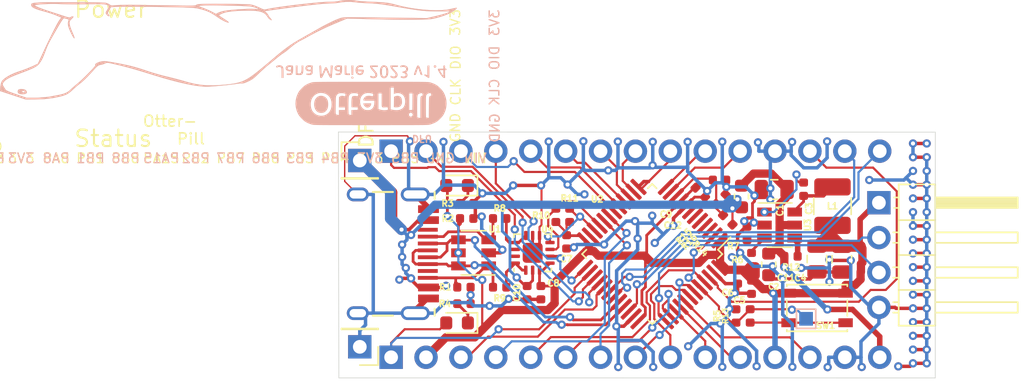
<source format=kicad_pcb>
(kicad_pcb (version 20171130) (host pcbnew "(5.1.12)-1")
  (title_block (title OtterPill) (date 2023-01-04) (rev v1.4.0) (company "Jana Hemsing"))
  (layers (0 F.Cu signal) (31 B.Cu signal) (34 B.Paste user hide) (35 F.Paste user hide) (36 B.SilkS user hide) (37 F.SilkS user hide) (38 B.Mask user hide) (39 F.Mask user hide) (44 Edge.Cuts user))
  (net 0 "")
  (net 1 GND)
  (net 2 "Net-(C3-Pad2)")
  (net 3 "Net-(C3-Pad1)")
  (net 4 +3V3)
  (net 5 "Net-(D1-Pad1)")
  (net 6 "Net-(D2-Pad1)")
  (net 9 "Net-(R6-Pad2)")
  (net 15 SWCLK)
  (net 16 SWDIO)
  (net 17 CC2)
  (net 18 CC1)
  (net 19 "Net-(R8-Pad2)")
  (net 20 "Net-(R9-Pad2)")
  (net 21 INT_N)
  (net 22 SDA)
  (net 23 SCL)
  (net 26 USB_P)
  (net 27 USB_N)
  (net 28 VIN)
  (net 29 "Net-(R12-Pad2)")
  (net 30 "Net-(J7-Pad1)")
  (net 31 "Net-(R13-Pad1)")
  (net 32 PB13)
  (net 33 PA9)
  (net 34 PA10)
  (net 35 PB9)
  (net 36 PA1)
  (net 37 PA2)
  (net 38 PA3)
  (net 39 PA4)
  (net 40 PA5)
  (net 41 PA6)
  (net 42 PA7)
  (net 43 PB0)
  (net 44 PB15)
  (net 45 PB14)
  (net 46 PB5)
  (net 47 PB4)
  (net 48 PB3)
  (net 49 PB6)
  (net 50 PB7)
  (net 51 PB2)
  (net 52 PA15)
  (net 53 PB8)
  (net 54 PB1)
  (net 55 PA8)
  (net 56 PA0)
  (net 57 VBUS)
  (module LED_SMD:LED_0603_1608Metric (layer F.Cu) (at 57.9513 36.71148 180)
    (fp_text reference D1 hide)
    (fp_text value "LED RED")
    (pad 1 smd roundrect (at -0.7875 0 180) (size 0.875 0.95) (layers F.Cu F.Paste F.Mask) (net 5 "Net-(D1-Pad1)"))
    (pad 2 smd roundrect (at 0.7875 0 180) (size 0.875 0.95) (layers F.Cu F.Paste F.Mask) (net 4 +3V3))
  )
  (module LED_SMD:LED_0603_1608Metric (layer F.Cu) (at 57.9513 46.71148 180)
    (fp_text reference D2 hide)
    (fp_text value "LED GREEN")
    (pad 1 smd roundrect (at -0.7875 0 180) (size 0.875 0.95) (layers F.Cu F.Paste F.Mask) (net 6 "Net-(D2-Pad1)"))
    (pad 2 smd roundrect (at 0.7875 0 180) (size 0.875 0.95) (layers F.Cu F.Paste F.Mask) (net 32 PB13))
  )
  (module "otter:USB-C 16Pin" (layer F.Cu) (at 55.8213 41.68148 270)
    (fp_text reference J1 hide)
    (fp_text value USB-c)
    (pad "" np_thru_hole circle (at 2.89 1.445 270) (size 0.65 0.65) (drill 0.65) (layers *.Cu *.Mask))
    (pad "" np_thru_hole circle (at -2.89 1.445 270) (size 0.65 0.65) (drill 0.65) (layers *.Cu *.Mask))
    (pad A1 smd rect (at -3.25 -0.05 270) (size 0.55 1.5) (layers F.Cu F.Paste F.Mask) (net 1 GND))
    (pad A4 smd rect (at -2.45 -0.05 270) (size 0.55 1.5) (layers F.Cu F.Paste F.Mask) (net 57 VBUS))
    (pad A5 smd rect (at -1.25 0 270) (size 0.28 1.45) (layers F.Cu F.Paste F.Mask) (net 18 CC1))
    (pad A6 smd rect (at -0.25 0 270) (size 0.28 1.45) (layers F.Cu F.Paste F.Mask) (net 26 USB_P))
    (pad A7 smd rect (at 0.25 0 270) (size 0.28 1.45) (layers F.Cu F.Paste F.Mask) (net 27 USB_N))
    (pad A8 smd rect (at 1.25 0 270) (size 0.28 1.45) (layers F.Cu F.Paste F.Mask))
    (pad A9 smd rect (at -2.45 -0.05 270) (size 0.55 1.5) (layers F.Cu F.Paste F.Mask) (net 57 VBUS))
    (pad A12 smd rect (at -3.25 -0.05 270) (size 0.55 1.5) (layers F.Cu F.Paste F.Mask) (net 1 GND))
    (pad B1 smd rect (at 3.25 -0.05 270) (size 0.55 1.5) (layers F.Cu F.Paste F.Mask) (net 1 GND))
    (pad B4 smd rect (at 2.45 -0.05 270) (size 0.55 1.5) (layers F.Cu F.Paste F.Mask) (net 57 VBUS))
    (pad B5 smd rect (at 1.75 0 270) (size 0.28 1.45) (layers F.Cu F.Paste F.Mask) (net 17 CC2))
    (pad B6 smd rect (at 0.75 0 270) (size 0.28 1.45) (layers F.Cu F.Paste F.Mask) (net 26 USB_P))
    (pad B7 smd rect (at -0.75 0 270) (size 0.28 1.45) (layers F.Cu F.Paste F.Mask) (net 27 USB_N))
    (pad B8 smd rect (at -1.75 0 270) (size 0.28 1.45) (layers F.Cu F.Paste F.Mask))
    (pad B9 smd rect (at 2.45 -0.05 270) (size 0.55 1.5) (layers F.Cu F.Paste F.Mask) (net 57 VBUS))
    (pad B12 smd rect (at 3.25 -0.05 270) (size 0.55 1.5) (layers F.Cu F.Paste F.Mask) (net 1 GND))
    (pad S1 thru_hole oval (at -4.32 0.915 270) (size 1 2.1) (drill oval 0.6 1.7) (layers *.Cu *.Mask F.Paste) (net 1 GND))
    (pad S1 thru_hole oval (at -4.32 5.095 270) (size 1 1.6) (drill oval 0.6 1.2) (layers *.Cu *.Mask F.Paste) (net 1 GND))
    (pad S1 thru_hole oval (at 4.32 5.095 270) (size 1 1.6) (drill oval 0.6 1.2) (layers *.Cu *.Mask F.Paste) (net 1 GND))
    (pad S1 thru_hole oval (at 4.32 0.915 270) (size 1 2.1) (drill oval 0.6 1.7) (layers *.Cu *.Mask F.Paste) (net 1 GND))
  )
  (module Connector_PinHeader_2.54mm:PinHeader_1x15_P2.54mm_Vertical (layer F.Cu) (at 53.1513 34.21148 90)
    (fp_text reference J3 hide)
    (fp_text value 1)
    (pad 1 thru_hole rect (at 0 0 90) (size 1.7 1.7) (drill 1) (layers *.Cu *.Mask) (net 45 PB14))
    (pad 2 thru_hole oval (at 0 2.54 90) (size 1.7 1.7) (drill 1) (layers *.Cu *.Mask) (net 44 PB15))
    (pad 3 thru_hole oval (at 0 5.08 90) (size 1.7 1.7) (drill 1) (layers *.Cu *.Mask) (net 43 PB0))
    (pad 4 thru_hole oval (at 0 7.62 90) (size 1.7 1.7) (drill 1) (layers *.Cu *.Mask) (net 21 INT_N))
    (pad 5 thru_hole oval (at 0 10.16 90) (size 1.7 1.7) (drill 1) (layers *.Cu *.Mask) (net 42 PA7))
    (pad 6 thru_hole oval (at 0 12.7 90) (size 1.7 1.7) (drill 1) (layers *.Cu *.Mask) (net 41 PA6))
    (pad 7 thru_hole oval (at 0 15.24 90) (size 1.7 1.7) (drill 1) (layers *.Cu *.Mask) (net 40 PA5))
    (pad 8 thru_hole oval (at 0 17.78 90) (size 1.7 1.7) (drill 1) (layers *.Cu *.Mask) (net 39 PA4))
    (pad 9 thru_hole oval (at 0 20.32 90) (size 1.7 1.7) (drill 1) (layers *.Cu *.Mask) (net 38 PA3))
    (pad 10 thru_hole oval (at 0 22.86 90) (size 1.7 1.7) (drill 1) (layers *.Cu *.Mask) (net 37 PA2))
    (pad 11 thru_hole oval (at 0 25.4 90) (size 1.7 1.7) (drill 1) (layers *.Cu *.Mask) (net 36 PA1))
    (pad 12 thru_hole oval (at 0 27.94 90) (size 1.7 1.7) (drill 1) (layers *.Cu *.Mask) (net 1 GND))
    (pad 13 thru_hole oval (at 0 30.48 90) (size 1.7 1.7) (drill 1) (layers *.Cu *.Mask) (net 35 PB9))
    (pad 14 thru_hole oval (at 0 33.02 90) (size 1.7 1.7) (drill 1) (layers *.Cu *.Mask) (net 34 PA10))
    (pad 15 thru_hole oval (at 0 35.56 90) (size 1.7 1.7) (drill 1) (layers *.Cu *.Mask) (net 33 PA9))
  )
  (module Resistor_SMD:R_0402_1005Metric (layer F.Cu) (at 58.4513 44.11148 180)
    (fp_text reference R1 (at 1.36 0 180) (layer F.SilkS) (effects (font (size 0.45 0.45) (thickness 0.1125))))
    (fp_text value DNP)
    (pad 1 smd roundrect (at -0.485 0 180) (size 0.59 0.64) (layers F.Cu F.Paste F.Mask) (net 1 GND))
    (pad 2 smd roundrect (at 0.485 0 180) (size 0.59 0.64) (layers F.Cu F.Paste F.Mask) (net 17 CC2))
  )
  (module Resistor_SMD:R_0402_1005Metric (layer F.Cu) (at 58.6513 39.11148 180)
    (fp_text reference R2 (at 1.37 0 180) (layer F.SilkS) (effects (font (size 0.45 0.45) (thickness 0.1125))))
    (fp_text value DNP)
    (pad 1 smd roundrect (at -0.485 0 180) (size 0.59 0.64) (layers F.Cu F.Paste F.Mask) (net 1 GND))
    (pad 2 smd roundrect (at 0.485 0 180) (size 0.59 0.64) (layers F.Cu F.Paste F.Mask) (net 18 CC1))
  )
  (module Resistor_SMD:R_0402_1005Metric (layer F.Cu) (at 58.6513 38.01148)
    (fp_text reference R3 (at -1.39 0) (layer F.SilkS) (effects (font (size 0.45 0.45) (thickness 0.1125))))
    (fp_text value 3k3)
    (pad 1 smd roundrect (at -0.485 0) (size 0.59 0.64) (layers F.Cu F.Paste F.Mask) (net 5 "Net-(D1-Pad1)"))
    (pad 2 smd roundrect (at 0.485 0) (size 0.59 0.64) (layers F.Cu F.Paste F.Mask) (net 1 GND))
  )
  (module Resistor_SMD:R_0402_1005Metric (layer F.Cu) (at 58.4513 45.31148)
    (fp_text reference R4 (at -1.38 0) (layer F.SilkS) (effects (font (size 0.45 0.45) (thickness 0.1125))))
    (fp_text value 3k3)
    (pad 1 smd roundrect (at -0.485 0) (size 0.59 0.64) (layers F.Cu F.Paste F.Mask) (net 6 "Net-(D2-Pad1)"))
    (pad 2 smd roundrect (at 0.485 0) (size 0.59 0.64) (layers F.Cu F.Paste F.Mask) (net 1 GND))
  )
  (module Package_TO_SOT_SMD:SOT-23-6 (layer F.Cu) (at 59.1513 41.61148 180)
    (fp_text reference U1 (at -1.55 1.725 180) (layer F.SilkS) (effects (font (size 0.45 0.45) (thickness 0.1125))))
    (fp_text value USBLC6-4)
    (pad 1 smd rect (at -1.1 -0.95 180) (size 1.06 0.65) (layers F.Cu F.Paste F.Mask) (net 17 CC2))
    (pad 2 smd rect (at -1.1 0 180) (size 1.06 0.65) (layers F.Cu F.Paste F.Mask) (net 1 GND))
    (pad 3 smd rect (at -1.1 0.95 180) (size 1.06 0.65) (layers F.Cu F.Paste F.Mask) (net 18 CC1))
    (pad 4 smd rect (at 1.1 0.95 180) (size 1.06 0.65) (layers F.Cu F.Paste F.Mask) (net 27 USB_N))
    (pad 5 smd rect (at 1.1 0 180) (size 1.06 0.65) (layers F.Cu F.Paste F.Mask) (net 4 +3V3))
    (pad 6 smd rect (at 1.1 -0.95 180) (size 1.06 0.65) (layers F.Cu F.Paste F.Mask) (net 26 USB_P))
  )
  (module Resistor_SMD:R_0402_1005Metric (layer F.Cu) (at 61.0513 39.11148)
    (fp_text reference R8 (at 0 -0.74) (layer F.SilkS) (effects (font (size 0.45 0.45) (thickness 0.1125))))
    (fp_text value 0)
    (pad 1 smd roundrect (at -0.485 0) (size 0.59 0.64) (layers F.Cu F.Paste F.Mask) (net 18 CC1))
    (pad 2 smd roundrect (at 0.485 0) (size 0.59 0.64) (layers F.Cu F.Paste F.Mask) (net 19 "Net-(R8-Pad2)"))
  )
  (module Resistor_SMD:R_0402_1005Metric (layer F.Cu) (at 61.0513 44.11148)
    (fp_text reference R9 (at 0 0.8) (layer F.SilkS) (effects (font (size 0.45 0.45) (thickness 0.1125))))
    (fp_text value 0)
    (pad 1 smd roundrect (at -0.485 0) (size 0.59 0.64) (layers F.Cu F.Paste F.Mask) (net 17 CC2))
    (pad 2 smd roundrect (at 0.485 0) (size 0.59 0.64) (layers F.Cu F.Paste F.Mask) (net 20 "Net-(R9-Pad2)"))
  )
  (module Package_DFN_QFN:WQFN-14-1EP_2.5x2.5mm_P0.5mm_EP1.45x1.45mm (layer F.Cu) (at 63.4513 41.61148 90)
    (fp_text reference U4 (at 1.72 1.07 180) (layer F.SilkS) (effects (font (size 0.45 0.45) (thickness 0.1125))))
    (fp_text value FUSB302BMPX)
    (pad 1 smd roundrect (at -1.2625 -0.5 90) (size 0.675 0.25) (layers F.Cu F.Paste F.Mask) (net 20 "Net-(R9-Pad2)"))
    (pad 2 smd roundrect (at -1.2625 0 90) (size 0.675 0.25) (layers F.Cu F.Paste F.Mask) (net 57 VBUS))
    (pad 3 smd roundrect (at -1.2625 0.5 90) (size 0.675 0.25) (layers F.Cu F.Paste F.Mask) (net 4 +3V3))
    (pad 4 smd roundrect (at -0.75 1.2625 90) (size 0.25 0.675) (layers F.Cu F.Paste F.Mask) (net 4 +3V3))
    (pad 5 smd roundrect (at -0.25 1.2625 90) (size 0.25 0.675) (layers F.Cu F.Paste F.Mask) (net 21 INT_N))
    (pad 6 smd roundrect (at 0.25 1.2625 90) (size 0.25 0.675) (layers F.Cu F.Paste F.Mask) (net 23 SCL))
    (pad 7 smd roundrect (at 0.75 1.2625 90) (size 0.25 0.675) (layers F.Cu F.Paste F.Mask) (net 22 SDA))
    (pad 8 smd roundrect (at 1.2625 0.5 90) (size 0.675 0.25) (layers F.Cu F.Paste F.Mask) (net 1 GND))
    (pad 9 smd roundrect (at 1.2625 0 90) (size 0.675 0.25) (layers F.Cu F.Paste F.Mask) (net 1 GND))
    (pad 10 smd roundrect (at 1.2625 -0.5 90) (size 0.675 0.25) (layers F.Cu F.Paste F.Mask) (net 19 "Net-(R8-Pad2)"))
    (pad 11 smd roundrect (at 0.75 -1.2625 90) (size 0.25 0.675) (layers F.Cu F.Paste F.Mask) (net 19 "Net-(R8-Pad2)"))
    (pad 12 smd roundrect (at 0.25 -1.2625 90) (size 0.25 0.675) (layers F.Cu F.Paste F.Mask))
    (pad 13 smd roundrect (at -0.25 -1.2625 90) (size 0.25 0.675) (layers F.Cu F.Paste F.Mask))
    (pad 14 smd roundrect (at -0.75 -1.2625 90) (size 0.25 0.675) (layers F.Cu F.Paste F.Mask) (net 20 "Net-(R9-Pad2)"))
    (pad 15 smd roundrect (at 0 0 90) (size 1.45 1.45) (layers F.Cu F.Mask) (roundrect_rratio 0.1724137931) (net 1 GND))
  )
  (module Capacitor_SMD:C_0402_1005Metric (layer F.Cu) (at 78.3713 43.36648 270)
    (fp_text reference C6 (at 1.145 0.72 180) (layer F.SilkS) (effects (font (size 0.45 0.45) (thickness 0.1125))))
    (fp_text value "100n 50V")
    (pad 1 smd roundrect (at -0.485 0 270) (size 0.59 0.64) (layers F.Cu F.Paste F.Mask) (net 4 +3V3))
    (pad 2 smd roundrect (at 0.485 0 270) (size 0.59 0.64) (layers F.Cu F.Paste F.Mask) (net 1 GND))
  )
  (module Capacitor_SMD:C_0402_1005Metric (layer F.Cu) (at 65.9213 40.81148 270)
    (fp_text reference C7 (at 1.24 0.01 180) (layer F.SilkS) (effects (font (size 0.45 0.45) (thickness 0.1125))))
    (fp_text value "100n 50V")
    (pad 1 smd roundrect (at -0.485 0 270) (size 0.59 0.64) (layers F.Cu F.Paste F.Mask) (net 4 +3V3))
    (pad 2 smd roundrect (at 0.485 0 270) (size 0.59 0.64) (layers F.Cu F.Paste F.Mask) (net 1 GND))
  )
  (module Capacitor_SMD:C_0402_1005Metric (layer F.Cu) (at 64.0513 44.51148 270)
    (fp_text reference C8 (at -0.69 -0.91 180) (layer F.SilkS) (effects (font (size 0.45 0.45) (thickness 0.1125))))
    (fp_text value "100n 50V")
    (pad 1 smd roundrect (at -0.485 0 270) (size 0.59 0.64) (layers F.Cu F.Paste F.Mask) (net 4 +3V3))
    (pad 2 smd roundrect (at 0.485 0 270) (size 0.59 0.64) (layers F.Cu F.Paste F.Mask) (net 1 GND))
  )
  (module Capacitor_SMD:C_0402_1005Metric (layer F.Cu) (at 63.0513 44.51148 270)
    (fp_text reference C10 (at 0 0.75 90) (layer F.SilkS) (effects (font (size 0.45 0.45) (thickness 0.1125))))
    (fp_text value "100n 50V")
    (pad 1 smd roundrect (at -0.485 0 270) (size 0.59 0.64) (layers F.Cu F.Paste F.Mask) (net 57 VBUS))
    (pad 2 smd roundrect (at 0.485 0 270) (size 0.59 0.64) (layers F.Cu F.Paste F.Mask) (net 1 GND))
  )
  (module Resistor_SMD:R_0402_1005Metric (layer F.Cu) (at 65.1413 38.88148 90)
    (fp_text reference R10 (at -0.009999 -1.07 -180) (layer F.SilkS) (effects (font (size 0.45 0.45) (thickness 0.1125))))
    (fp_text value 3k3)
    (pad 1 smd roundrect (at -0.485 0 90) (size 0.59 0.64) (layers F.Cu F.Paste F.Mask) (net 4 +3V3))
    (pad 2 smd roundrect (at 0.485 0 90) (size 0.59 0.64) (layers F.Cu F.Paste F.Mask) (net 23 SCL))
  )
  (module Resistor_SMD:R_0402_1005Metric (layer F.Cu) (at 66.1413 38.88148 90)
    (fp_text reference R11 (at 1.240001 0 180) (layer F.SilkS) (effects (font (size 0.45 0.45) (thickness 0.1125))))
    (fp_text value 3k3)
    (pad 1 smd roundrect (at -0.485 0 90) (size 0.59 0.64) (layers F.Cu F.Paste F.Mask) (net 4 +3V3))
    (pad 2 smd roundrect (at 0.485 0 90) (size 0.59 0.64) (layers F.Cu F.Paste F.Mask) (net 22 SDA))
  )
  (module Resistor_SMD:R_0402_1005Metric (layer F.Cu) (at 79.3813 42.10148 90)
    (fp_text reference R6 (at -0.01 -1.03 -180) (layer F.SilkS) (effects (font (size 0.45 0.45) (thickness 0.1125))))
    (fp_text value 100k)
    (pad 1 smd roundrect (at -0.485 0 90) (size 0.59 0.64) (layers F.Cu F.Paste F.Mask) (net 4 +3V3))
    (pad 2 smd roundrect (at 0.485 0 90) (size 0.59 0.64) (layers F.Cu F.Paste F.Mask) (net 9 "Net-(R6-Pad2)"))
  )
  (module Capacitor_SMD:C_0402_1005Metric (layer F.Cu) (at 83.1713 36.98148 270)
    (fp_text reference C3 (at 1.41 -0.39 270) (layer F.SilkS) (effects (font (size 0.45 0.45) (thickness 0.1125))))
    (fp_text value "100n 50V")
    (pad 1 smd roundrect (at -0.485 0 270) (size 0.59 0.64) (layers F.Cu F.Paste F.Mask) (net 3 "Net-(C3-Pad1)"))
    (pad 2 smd roundrect (at 0.485 0 270) (size 0.59 0.64) (layers F.Cu F.Paste F.Mask) (net 2 "Net-(C3-Pad2)"))
  )
  (module Package_TO_SOT_SMD:SOT-23-6 (layer F.Cu) (at 81.4213 39.59148)
    (fp_text reference U3 (at 2.05 0 -270) (layer F.SilkS) (effects (font (size 0.45 0.45) (thickness 0.1125))))
    (fp_text value SY8201)
    (pad 1 smd rect (at -1.1 -0.95) (size 1.06 0.65) (layers F.Cu F.Paste F.Mask) (net 3 "Net-(C3-Pad1)"))
    (pad 2 smd rect (at -1.1 0) (size 1.06 0.65) (layers F.Cu F.Paste F.Mask) (net 1 GND))
    (pad 3 smd rect (at -1.1 0.95) (size 1.06 0.65) (layers F.Cu F.Paste F.Mask) (net 9 "Net-(R6-Pad2)"))
    (pad 4 smd rect (at 1.1 0.95) (size 1.06 0.65) (layers F.Cu F.Paste F.Mask) (net 29 "Net-(R12-Pad2)"))
    (pad 5 smd rect (at 1.1 0) (size 1.06 0.65) (layers F.Cu F.Paste F.Mask) (net 28 VIN))
    (pad 6 smd rect (at 1.1 -0.95) (size 1.06 0.65) (layers F.Cu F.Paste F.Mask) (net 2 "Net-(C3-Pad2)"))
  )
  (module Resistor_SMD:R_0402_1005Metric (layer F.Cu) (at 78.2513 46.20648 90)
    (fp_text reference R5 (at 0.005 -1.37 270) (layer F.SilkS) (effects (font (size 0.45 0.45) (thickness 0.1125))))
    (fp_text value 3k3)
    (pad 1 smd roundrect (at -0.485 0 90) (size 0.59 0.64) (layers F.Cu F.Paste F.Mask) (net 30 "Net-(J7-Pad1)"))
    (pad 2 smd roundrect (at 0.485 0 90) (size 0.59 0.64) (layers F.Cu F.Paste F.Mask) (net 1 GND))
  )
  (module Resistor_SMD:R_0402_1005Metric (layer F.Cu) (at 79.0513 40.19648 90)
    (fp_text reference R7 (at -0.915 -1 180) (layer F.SilkS) (effects (font (size 0.45 0.45) (thickness 0.1125))))
    (fp_text value 22k)
    (pad 1 smd roundrect (at -0.485 0 90) (size 0.59 0.64) (layers F.Cu F.Paste F.Mask) (net 9 "Net-(R6-Pad2)"))
    (pad 2 smd roundrect (at 0.485 0 90) (size 0.59 0.64) (layers F.Cu F.Paste F.Mask) (net 1 GND))
  )
  (module Capacitor_SMD:C_0805_2012Metric (layer F.Cu) (at 85.9513 42.07148 270)
    (fp_text reference C4 (at 1.37 3.01) (layer F.SilkS) (effects (font (size 0.45 0.45) (thickness 0.1125))))
    (fp_text value "10u 25V")
    (pad 1 smd roundrect (at -0.9375 0 270) (size 0.975 1.4) (layers F.Cu F.Paste F.Mask) (net 4 +3V3))
    (pad 2 smd roundrect (at 0.9375 0 270) (size 0.975 1.4) (layers F.Cu F.Paste F.Mask) (net 1 GND))
  )
  (module Button_Switch_SMD:SW_SPST_PTS810 (layer F.Cu) (at 84.1513 45.62348 180)
    (fp_text reference SW1 (at -0.625 -1.288 180) (layer F.SilkS) (effects (font (size 0.45 0.45) (thickness 0.1125))))
    (fp_text value DFU)
    (pad 1 smd rect (at 2.075 -1.075 180) (size 1.05 0.65) (layers F.Cu F.Paste F.Mask) (net 31 "Net-(R13-Pad1)"))
    (pad 1 smd rect (at -2.075 -1.075 180) (size 1.05 0.65) (layers F.Cu F.Paste F.Mask) (net 31 "Net-(R13-Pad1)"))
    (pad 2 smd rect (at -2.075 1.075 180) (size 1.05 0.65) (layers F.Cu F.Paste F.Mask) (net 4 +3V3))
    (pad 2 smd rect (at 2.075 1.075 180) (size 1.05 0.65) (layers F.Cu F.Paste F.Mask) (net 4 +3V3))
  )
  (module Capacitor_SMD:C_0805_2012Metric (layer F.Cu) (at 81.0313 37.00148 180)
    (fp_text reference C1 (at -0.42 -1.51 90) (layer F.SilkS) (effects (font (size 0.45 0.45) (thickness 0.1125))))
    (fp_text value "10u 25V")
    (pad 1 smd roundrect (at -0.9375 0 180) (size 0.975 1.4) (layers F.Cu F.Paste F.Mask) (net 28 VIN))
    (pad 2 smd roundrect (at 0.9375 0 180) (size 0.975 1.4) (layers F.Cu F.Paste F.Mask) (net 1 GND))
  )
  (module Connector_PinHeader_2.54mm:PinHeader_1x15_P2.54mm_Vertical (layer F.Cu) (at 53.1513 49.21148 90)
    (fp_text reference J4 hide)
    (fp_text value 2)
    (pad 1 thru_hole rect (at 0 0 90) (size 1.7 1.7) (drill 1) (layers *.Cu *.Mask) (net 32 PB13))
    (pad 2 thru_hole oval (at 0 2.54 90) (size 1.7 1.7) (drill 1) (layers *.Cu *.Mask) (net 4 +3V3))
    (pad 3 thru_hole oval (at 0 5.08 90) (size 1.7 1.7) (drill 1) (layers *.Cu *.Mask) (net 55 PA8))
    (pad 4 thru_hole oval (at 0 7.62 90) (size 1.7 1.7) (drill 1) (layers *.Cu *.Mask) (net 54 PB1))
    (pad 5 thru_hole oval (at 0 10.16 90) (size 1.7 1.7) (drill 1) (layers *.Cu *.Mask) (net 53 PB8))
    (pad 6 thru_hole oval (at 0 12.7 90) (size 1.7 1.7) (drill 1) (layers *.Cu *.Mask) (net 52 PA15))
    (pad 7 thru_hole oval (at 0 15.24 90) (size 1.7 1.7) (drill 1) (layers *.Cu *.Mask) (net 51 PB2))
    (pad 8 thru_hole oval (at 0 17.78 90) (size 1.7 1.7) (drill 1) (layers *.Cu *.Mask) (net 50 PB7))
    (pad 9 thru_hole oval (at 0 20.32 90) (size 1.7 1.7) (drill 1) (layers *.Cu *.Mask) (net 49 PB6))
    (pad 10 thru_hole oval (at 0 22.86 90) (size 1.7 1.7) (drill 1) (layers *.Cu *.Mask) (net 48 PB3))
    (pad 11 thru_hole oval (at 0 25.4 90) (size 1.7 1.7) (drill 1) (layers *.Cu *.Mask) (net 47 PB4))
    (pad 12 thru_hole oval (at 0 27.94 90) (size 1.7 1.7) (drill 1) (layers *.Cu *.Mask) (net 4 +3V3))
    (pad 13 thru_hole oval (at 0 30.48 90) (size 1.7 1.7) (drill 1) (layers *.Cu *.Mask) (net 46 PB5))
    (pad 14 thru_hole oval (at 0 33.02 90) (size 1.7 1.7) (drill 1) (layers *.Cu *.Mask) (net 1 GND))
    (pad 15 thru_hole oval (at 0 35.56 90) (size 1.7 1.7) (drill 1) (layers *.Cu *.Mask) (net 28 VIN))
  )
  (module Package_QFP:LQFP-48_7x7mm_P0.5mm (layer F.Cu) (at 72.1513 41.70138 225)
    (fp_text reference U2 (at 0.007107 5.649747) (layer F.SilkS) (effects (font (size 0.45 0.45) (thickness 0.1125))))
    (fp_text value STM32F072C8Tx)
    (pad 1 smd roundrect (at -4.1625 -2.75 225) (size 1.475 0.3) (layers F.Cu F.Paste F.Mask) (net 4 +3V3))
    (pad 2 smd roundrect (at -4.1625 -2.25 225) (size 1.475 0.3) (layers F.Cu F.Paste F.Mask) (net 30 "Net-(J7-Pad1)"))
    (pad 3 smd roundrect (at -4.1625 -1.75 225) (size 1.475 0.3) (layers F.Cu F.Paste F.Mask))
    (pad 4 smd roundrect (at -4.1625 -1.249999 225) (size 1.475 0.3) (layers F.Cu F.Paste F.Mask))
    (pad 5 smd roundrect (at -4.1625 -0.75 225) (size 1.475 0.3) (layers F.Cu F.Paste F.Mask))
    (pad 6 smd roundrect (at -4.1625 -0.25 225) (size 1.475 0.3) (layers F.Cu F.Paste F.Mask))
    (pad 7 smd roundrect (at -4.1625 0.25 225) (size 1.475 0.3) (layers F.Cu F.Paste F.Mask))
    (pad 8 smd roundrect (at -4.1625 0.75 225) (size 1.475 0.3) (layers F.Cu F.Paste F.Mask) (net 1 GND))
    (pad 9 smd roundrect (at -4.1625 1.249999 225) (size 1.475 0.3) (layers F.Cu F.Paste F.Mask) (net 4 +3V3))
    (pad 10 smd roundrect (at -4.1625 1.75 225) (size 1.475 0.3) (layers F.Cu F.Paste F.Mask) (net 56 PA0))
    (pad 11 smd roundrect (at -4.1625 2.25 225) (size 1.475 0.3) (layers F.Cu F.Paste F.Mask) (net 36 PA1))
    (pad 12 smd roundrect (at -4.1625 2.75 225) (size 1.475 0.3) (layers F.Cu F.Paste F.Mask) (net 37 PA2))
    (pad 13 smd roundrect (at -2.75 4.1625 225) (size 0.3 1.475) (layers F.Cu F.Paste F.Mask) (net 38 PA3))
    (pad 14 smd roundrect (at -2.25 4.1625 225) (size 0.3 1.475) (layers F.Cu F.Paste F.Mask) (net 39 PA4))
    (pad 15 smd roundrect (at -1.75 4.1625 225) (size 0.3 1.475) (layers F.Cu F.Paste F.Mask) (net 40 PA5))
    (pad 16 smd roundrect (at -1.249999 4.1625 225) (size 0.3 1.475) (layers F.Cu F.Paste F.Mask) (net 41 PA6))
    (pad 17 smd roundrect (at -0.75 4.1625 225) (size 0.3 1.475) (layers F.Cu F.Paste F.Mask) (net 42 PA7))
    (pad 18 smd roundrect (at -0.25 4.1625 225) (size 0.3 1.475) (layers F.Cu F.Paste F.Mask) (net 43 PB0))
    (pad 19 smd roundrect (at 0.25 4.1625 225) (size 0.3 1.475) (layers F.Cu F.Paste F.Mask) (net 54 PB1))
    (pad 20 smd roundrect (at 0.75 4.1625 225) (size 0.3 1.475) (layers F.Cu F.Paste F.Mask) (net 51 PB2))
    (pad 21 smd roundrect (at 1.249999 4.1625 225) (size 0.3 1.475) (layers F.Cu F.Paste F.Mask) (net 23 SCL))
    (pad 22 smd roundrect (at 1.75 4.1625 225) (size 0.3 1.475) (layers F.Cu F.Paste F.Mask) (net 22 SDA))
    (pad 23 smd roundrect (at 2.25 4.1625 225) (size 0.3 1.475) (layers F.Cu F.Paste F.Mask) (net 1 GND))
    (pad 24 smd roundrect (at 2.75 4.1625 225) (size 0.3 1.475) (layers F.Cu F.Paste F.Mask) (net 4 +3V3))
    (pad 25 smd roundrect (at 4.1625 2.75 225) (size 1.475 0.3) (layers F.Cu F.Paste F.Mask) (net 21 INT_N))
    (pad 26 smd roundrect (at 4.1625 2.25 225) (size 1.475 0.3) (layers F.Cu F.Paste F.Mask) (net 32 PB13))
    (pad 27 smd roundrect (at 4.1625 1.75 225) (size 1.475 0.3) (layers F.Cu F.Paste F.Mask) (net 45 PB14))
    (pad 28 smd roundrect (at 4.1625 1.249999 225) (size 1.475 0.3) (layers F.Cu F.Paste F.Mask) (net 44 PB15))
    (pad 29 smd roundrect (at 4.1625 0.75 225) (size 1.475 0.3) (layers F.Cu F.Paste F.Mask) (net 55 PA8))
    (pad 30 smd roundrect (at 4.1625 0.25 225) (size 1.475 0.3) (layers F.Cu F.Paste F.Mask) (net 33 PA9))
    (pad 31 smd roundrect (at 4.1625 -0.25 225) (size 1.475 0.3) (layers F.Cu F.Paste F.Mask) (net 34 PA10))
    (pad 32 smd roundrect (at 4.1625 -0.75 225) (size 1.475 0.3) (layers F.Cu F.Paste F.Mask) (net 27 USB_N))
    (pad 33 smd roundrect (at 4.1625 -1.249999 225) (size 1.475 0.3) (layers F.Cu F.Paste F.Mask) (net 26 USB_P))
    (pad 34 smd roundrect (at 4.1625 -1.75 225) (size 1.475 0.3) (layers F.Cu F.Paste F.Mask) (net 16 SWDIO))
    (pad 35 smd roundrect (at 4.1625 -2.25 225) (size 1.475 0.3) (layers F.Cu F.Paste F.Mask) (net 1 GND))
    (pad 36 smd roundrect (at 4.1625 -2.75 225) (size 1.475 0.3) (layers F.Cu F.Paste F.Mask) (net 4 +3V3))
    (pad 37 smd roundrect (at 2.75 -4.1625 225) (size 0.3 1.475) (layers F.Cu F.Paste F.Mask) (net 15 SWCLK))
    (pad 38 smd roundrect (at 2.25 -4.1625 225) (size 0.3 1.475) (layers F.Cu F.Paste F.Mask) (net 52 PA15))
    (pad 39 smd roundrect (at 1.75 -4.1625 225) (size 0.3 1.475) (layers F.Cu F.Paste F.Mask) (net 48 PB3))
    (pad 40 smd roundrect (at 1.249999 -4.1625 225) (size 0.3 1.475) (layers F.Cu F.Paste F.Mask) (net 47 PB4))
    (pad 41 smd roundrect (at 0.75 -4.1625 225) (size 0.3 1.475) (layers F.Cu F.Paste F.Mask) (net 46 PB5))
    (pad 42 smd roundrect (at 0.25 -4.1625 225) (size 0.3 1.475) (layers F.Cu F.Paste F.Mask) (net 49 PB6))
    (pad 43 smd roundrect (at -0.25 -4.1625 225) (size 0.3 1.475) (layers F.Cu F.Paste F.Mask) (net 50 PB7))
    (pad 44 smd roundrect (at -0.75 -4.1625 225) (size 0.3 1.475) (layers F.Cu F.Paste F.Mask) (net 30 "Net-(J7-Pad1)"))
    (pad 45 smd roundrect (at -1.249999 -4.1625 225) (size 0.3 1.475) (layers F.Cu F.Paste F.Mask) (net 53 PB8))
    (pad 46 smd roundrect (at -1.75 -4.1625 225) (size 0.3 1.475) (layers F.Cu F.Paste F.Mask) (net 35 PB9))
    (pad 47 smd roundrect (at -2.25 -4.1625 225) (size 0.3 1.475) (layers F.Cu F.Paste F.Mask) (net 1 GND))
    (pad 48 smd roundrect (at -2.75 -4.1625 225) (size 0.3 1.475) (layers F.Cu F.Paste F.Mask) (net 4 +3V3))
  )
  (module Inductor_SMD:L_1210_3225Metric (layer F.Cu) (at 85.2713 38.21148 270)
    (fp_text reference L1 (at 0 0) (layer F.SilkS) (effects (font (size 0.45 0.45) (thickness 0.1125))))
    (fp_text value 4u7)
    (pad 1 smd roundrect (at -1.4 0 270) (size 1.25 2.65) (layers F.Cu F.Paste F.Mask) (roundrect_rratio 0.2) (net 2 "Net-(C3-Pad2)"))
    (pad 2 smd roundrect (at 1.4 0 270) (size 1.25 2.65) (layers F.Cu F.Paste F.Mask) (roundrect_rratio 0.2) (net 4 +3V3))
  )
  (module Connector_PinHeader_2.54mm:PinHeader_1x01_P2.54mm_Vertical (layer F.Cu) (at 50.8713 48.45148 180)
    (fp_text reference J6 hide)
    (fp_text value GND)
    (pad 1 thru_hole rect (at 0 0 180) (size 1.7 1.7) (drill 1) (layers *.Cu *.Mask) (net 1 GND))
  )
  (module Connector_PinHeader_2.54mm:PinHeader_1x01_P2.54mm_Vertical (layer F.Cu) (at 50.8713 34.89148)
    (fp_text reference J2 hide)
    (fp_text value VBUS)
    (pad 1 thru_hole rect (at 0 0) (size 1.7 1.7) (drill 1) (layers *.Cu *.Mask) (net 57 VBUS))
  )
  (module Capacitor_SMD:C_0402_1005Metric (layer F.Cu) (at 75.6513 37.21148 315)
    (fp_text reference C9 (at -0.636396 2.899138 180) (layer F.SilkS) (effects (font (size 0.45 0.45) (thickness 0.1125))))
    (fp_text value "100n 50V")
    (pad 1 smd roundrect (at -0.485 0 315) (size 0.59 0.64) (layers F.Cu F.Paste F.Mask) (net 4 +3V3))
    (pad 2 smd roundrect (at 0.485 0 315) (size 0.59 0.64) (layers F.Cu F.Paste F.Mask) (net 1 GND))
  )
  (module Resistor_SMD:R_0402_1005Metric (layer F.Cu) (at 79.2813 46.20148 90)
    (fp_text reference R13 (at 0 -1.8 270) (layer F.SilkS) (effects (font (size 0.4 0.4) (thickness 0.1))))
    (fp_text value 100)
    (pad 1 smd roundrect (at -0.485 0 90) (size 0.59 0.64) (layers F.Cu F.Paste F.Mask) (net 31 "Net-(R13-Pad1)"))
    (pad 2 smd roundrect (at 0.485 0 90) (size 0.59 0.64) (layers F.Cu F.Paste F.Mask) (net 30 "Net-(J7-Pad1)"))
  )
  (module Capacitor_SMD:C_0402_1005Metric (layer F.Cu) (at 79.3813 44.11148 270)
    (fp_text reference C5 (at 0.95 0.88 180) (layer F.SilkS) (effects (font (size 0.45 0.45) (thickness 0.1125))))
    (fp_text value "100n 50V")
    (pad 1 smd roundrect (at -0.485 0 270) (size 0.59 0.64) (layers F.Cu F.Paste F.Mask) (net 4 +3V3))
    (pad 2 smd roundrect (at 0.485 0 270) (size 0.59 0.64) (layers F.Cu F.Paste F.Mask) (net 1 GND))
  )
  (module Resistor_SMD:R_0402_1005Metric (layer F.Cu) (at 82.2513 41.86148)
    (fp_text reference R12 (at 0.02 0.8) (layer F.SilkS) (effects (font (size 0.45 0.45) (thickness 0.1125))))
    (fp_text value 100k)
    (pad 1 smd roundrect (at -0.485 0) (size 0.59 0.64) (layers F.Cu F.Paste F.Mask) (net 28 VIN))
    (pad 2 smd roundrect (at 0.485 0) (size 0.59 0.64) (layers F.Cu F.Paste F.Mask) (net 29 "Net-(R12-Pad2)"))
  )
  (module Capacitor_SMD:C_0805_2012Metric (layer F.Cu) (at 84.1413 42.06148 270)
    (fp_text reference C11 (at 1.36 2.25) (layer F.SilkS) (effects (font (size 0.45 0.45) (thickness 0.1125))))
    (fp_text value "10u 25V")
    (pad 1 smd roundrect (at -0.9375 0 270) (size 0.975 1.4) (layers F.Cu F.Paste F.Mask) (net 4 +3V3))
    (pad 2 smd roundrect (at 0.9375 0 270) (size 0.975 1.4) (layers F.Cu F.Paste F.Mask) (net 1 GND))
  )
  (module otter:PinHeader_1x04_P2.54mm_Horizontal (layer F.Cu) (at 88.6513 37.96148)
    (fp_text reference J5 hide)
    (fp_text value SWD)
    (pad 1 thru_hole rect (at 0 0) (size 1.7 1.7) (drill 1) (layers *.Cu *.Mask) (net 4 +3V3))
    (pad 2 thru_hole oval (at 0 2.54) (size 1.7 1.7) (drill 1) (layers *.Cu *.Mask) (net 16 SWDIO))
    (pad 3 thru_hole oval (at 0 5.08) (size 1.7 1.7) (drill 1) (layers *.Cu *.Mask) (net 15 SWCLK))
    (pad 4 thru_hole oval (at 0 7.62) (size 1.7 1.7) (drill 1) (layers *.Cu *.Mask) (net 1 GND))
  )
  (module Capacitor_SMD:C_0603_1608Metric (layer F.Cu) (at 80.6313 42.45148 270)
    (fp_text reference C2 (at 1.62 -0.36) (layer F.SilkS) (effects (font (size 0.4 0.4) (thickness 0.1))))
    (fp_text value "100n 50V")
    (pad 1 smd roundrect (at -0.7875 0 270) (size 0.875 0.95) (layers F.Cu F.Paste F.Mask) (net 28 VIN))
    (pad 2 smd roundrect (at 0.7875 0 270) (size 0.875 0.95) (layers F.Cu F.Paste F.Mask) (net 1 GND))
  )
  (module Capacitor_SMD:C_0402_1005Metric (layer F.Cu) (at 77.0513 36.31148)
    (fp_text reference C12 (at -3.4 3.3) (layer F.SilkS) (effects (font (size 0.45 0.45) (thickness 0.1125))))
    (fp_text value "100n 50V")
    (pad 1 smd roundrect (at -0.485 0) (size 0.59 0.64) (layers F.Cu F.Paste F.Mask) (net 56 PA0))
    (pad 2 smd roundrect (at 0.485 0) (size 0.59 0.64) (layers F.Cu F.Paste F.Mask) (net 1 GND))
  )
  (module Resistor_SMD:R_0402_1005Metric (layer F.Cu) (at 77.6513 39.21148 135)
    (fp_text reference R14 (at -0.070711 -2.899138 135) (layer F.SilkS) (effects (font (size 0.45 0.45) (thickness 0.1125))))
    (fp_text value 100k)
    (pad 1 smd roundrect (at -0.485 0 135) (size 0.59 0.64) (layers F.Cu F.Paste F.Mask) (net 57 VBUS))
    (pad 2 smd roundrect (at 0.485 0 135) (size 0.59 0.64) (layers F.Cu F.Paste F.Mask) (net 56 PA0))
  )
  (module Resistor_SMD:R_0402_1005Metric (layer F.Cu) (at 77.1513 37.71148 45)
    (fp_text reference R15 (at -3.818377 0 45) (layer F.SilkS) (effects (font (size 0.45 0.45) (thickness 0.1125))))
    (fp_text value 22k)
    (pad 1 smd roundrect (at -0.485 0 45) (size 0.59 0.64) (layers F.Cu F.Paste F.Mask) (net 56 PA0))
    (pad 2 smd roundrect (at 0.485 0 45) (size 0.59 0.64) (layers F.Cu F.Paste F.Mask) (net 1 GND))
  )
  (module Resistor_SMD:R_0603_1608Metric (layer F.Cu) (at 78.6513 37.51148 90)
    (fp_text reference R16 (at -3.3 -3.8 225) (layer F.SilkS) (effects (font (size 0.45 0.45) (thickness 0.1125))))
    (fp_text value 1)
    (pad 1 smd roundrect (at -0.7875 0 90) (size 0.875 0.95) (layers F.Cu F.Paste F.Mask) (net 57 VBUS))
    (pad 2 smd roundrect (at 0.7875 0 90) (size 0.875 0.95) (layers F.Cu F.Paste F.Mask) (net 28 VIN))
  )
  (module TestPoint:TestPoint_Pad_1.0x1.0mm (layer B.Cu) (at 83.3513 46.41148)
    (fp_text reference J7 hide)
    (fp_text value PAD)
    (pad 1 smd rect (at 0 0) (size 1 1) (layers B.Cu B.Mask) (net 30 "Net-(J7-Pad1)"))
  )
  (module otter:otter_laying_3411 (layer B.Cu) (at 41 26.81)
    (fp_text reference G1 hide)
    (fp_text value LOGO hide)
  )
  (module otter:otterpill_126x46 (layer B.Cu) (at 51 30.2)
    (fp_text reference G2 hide)
    (fp_text value LOGO hide)
  )
  (gr_line (start 49.34654 50.71104) (end 49.3186 32.81928) (layer Edge.Cuts) (width 0.05))
  (gr_line (start 92.7526 50.71358) (end 49.34654 50.71104) (layer Edge.Cuts) (width 0.05))
  (gr_line (start 92.75514 32.82944) (end 92.7526 50.71358) (layer Edge.Cuts) (width 0.05))
  (gr_line (start 49.3186 32.81928) (end 92.75514 32.82944) (layer Edge.Cuts) (width 0.05))
  (gr_text 3V3 (at 26.225 34.725) (layer B.SilkS) (effects (font (size 0.7 0.7) (thickness 0.1)) (justify mirror)))
  (gr_text PB13 (at 23.675 34.725) (layer B.SilkS) (effects (font (size 0.7 0.7) (thickness 0.1)) (justify mirror)))
  (gr_text PB6 (at 44.025 34.725) (layer B.SilkS) (effects (font (size 0.7 0.7) (thickness 0.1)) (justify mirror)))
  (gr_text PB8 (at 33.825 34.725) (layer B.SilkS) (effects (font (size 0.7 0.7) (thickness 0.1)) (justify mirror)))
  (gr_text VIN (at 59.275 34.725) (layer B.SilkS) (effects (font (size 0.7 0.7) (thickness 0.1)) (justify mirror)))
  (gr_text PB2 (at 38.925 34.725) (layer B.SilkS) (effects (font (size 0.7 0.7) (thickness 0.1)) (justify mirror)))
  (gr_text PA15 (at 36.425 34.725) (layer B.SilkS) (effects (font (size 0.7 0.7) (thickness 0.1)) (justify mirror)))
  (gr_text PB4 (at 49.075 34.725) (layer B.SilkS) (effects (font (size 0.7 0.7) (thickness 0.1)) (justify mirror)))
  (gr_text PB5 (at 54.175 34.725) (layer B.SilkS) (effects (font (size 0.7 0.7) (thickness 0.1)) (justify mirror)))
  (gr_text 3V3 (at 51.625 34.725) (layer B.SilkS) (effects (font (size 0.7 0.7) (thickness 0.1)) (justify mirror)))
  (gr_text PB3 (at 46.525 34.725) (layer B.SilkS) (effects (font (size 0.7 0.7) (thickness 0.1)) (justify mirror)))
  (gr_text PA8 (at 28.775 34.725) (layer B.SilkS) (effects (font (size 0.7 0.7) (thickness 0.1)) (justify mirror)))
  (gr_text PB1 (at 31.275 34.725) (layer B.SilkS) (effects (font (size 0.7 0.7) (thickness 0.1)) (justify mirror)))
  (gr_text GND (at 56.725 34.725) (layer B.SilkS) (effects (font (size 0.7 0.7) (thickness 0.1)) (justify mirror)))
  (gr_text PB7 (at 41.475 34.725) (layer B.SilkS) (effects (font (size 0.7 0.7) (thickness 0.1)) (justify mirror)))
  (gr_text PA2 (at 46.6 22.5 180) (layer B.SilkS) (effects (font (size 0.7 0.7) (thickness 0.1)) (justify mirror)))
  (gr_text PA7 (at 33.9 22.5 180) (layer B.SilkS) (effects (font (size 0.7 0.7) (thickness 0.1)) (justify mirror)))
  (gr_text PA4 (at 41.55 22.5 180) (layer B.SilkS) (effects (font (size 0.7 0.7) (thickness 0.1)) (justify mirror)))
  (gr_text PB15 (at 26.325 22.5 180) (layer B.SilkS) (effects (font (size 0.7 0.7) (thickness 0.1)) (justify mirror)))
  (gr_text PA9 (at 59.325 22.5 180) (layer B.SilkS) (effects (font (size 0.7 0.7) (thickness 0.1)) (justify mirror)))
  (gr_text PA3 (at 44.075 22.5 180) (layer B.SilkS) (effects (font (size 0.7 0.7) (thickness 0.1)) (justify mirror)))
  (gr_text PB14 (at 23.775 22.5 180) (layer B.SilkS) (effects (font (size 0.7 0.7) (thickness 0.1)) (justify mirror)))
  (gr_text PA5 (at 39.025 22.5 180) (layer B.SilkS) (effects (font (size 0.7 0.7) (thickness 0.1)) (justify mirror)))
  (gr_text PA1 (at 49.2 22.5 180) (layer B.SilkS) (effects (font (size 0.7 0.7) (thickness 0.1)) (justify mirror)))
  (gr_text PA10 (at 56.825 22.5 180) (layer B.SilkS) (effects (font (size 0.7 0.7) (thickness 0.1)) (justify mirror)))
  (gr_text PA6 (at 36.475 22.45 180) (layer B.SilkS) (effects (font (size 0.7 0.7) (thickness 0.1)) (justify mirror)))
  (gr_text PB12 (at 31.4 22.55 180) (layer B.SilkS) (effects (font (size 0.7 0.7) (thickness 0.1)) (justify mirror)))
  (gr_text PB9 (at 54.275 22.5 180) (layer B.SilkS) (effects (font (size 0.7 0.7) (thickness 0.1)) (justify mirror)))
  (gr_text PB0 (at 28.875 22.5 180) (layer B.SilkS) (effects (font (size 0.7 0.7) (thickness 0.1)) (justify mirror)))
  (gr_text GND (at 51.725 22.5 180) (layer B.SilkS) (effects (font (size 0.7 0.7) (thickness 0.1)) (justify mirror)))
  (gr_text GND (at 60.695 32.52 90) (layer B.SilkS) (effects (font (size 0.7 0.7) (thickness 0.1)) (justify mirror)))
  (gr_text CLK (at 60.67 29.92 90) (layer B.SilkS) (effects (font (size 0.7 0.7) (thickness 0.1)) (justify mirror)))
  (gr_text DIO (at 60.67 27.42 90) (layer B.SilkS) (effects (font (size 0.7 0.7) (thickness 0.1)) (justify mirror)))
  (gr_text 3V3 (at 60.67 24.87 90) (layer B.SilkS) (effects (font (size 0.7 0.7) (thickness 0.1)) (justify mirror)))
  (gr_text VIN (at 21.39 23.16 180) (layer B.SilkS) (effects (font (size 0.7 0.7) (thickness 0.1)) (justify mirror)))
  (gr_text GND (at 21.42 33.95) (layer B.SilkS) (effects (font (size 0.7 0.7) (thickness 0.1)) (justify mirror)))
  (gr_text DFU (at 55.4 33.3 180) (layer B.SilkS) (effects (font (size 0.5 0.5) (thickness 0.1)) (justify mirror)))
  (gr_text Status (at 30 33.29) (layer F.SilkS) (effects (font (size 1.2 1.2)) (justify left)))
  (gr_text GND (at 57.825 32.5 90) (layer F.SilkS) (effects (font (size 0.7 0.7) (thickness 0.1))))
  (gr_text CLK (at 57.85 29.9 90) (layer F.SilkS) (effects (font (size 0.7 0.7) (thickness 0.1))))
  (gr_text DIO (at 57.85 27.4 90) (layer F.SilkS) (effects (font (size 0.7 0.7) (thickness 0.1))))
  (gr_text VIN (at 59.275 34.725) (layer F.SilkS) (effects (font (size 0.7 0.7) (thickness 0.1))))
  (gr_text PB0 (at 28.83 22.41 180) (layer F.SilkS) (effects (font (size 0.7 0.7) (thickness 0.1))))
  (gr_text PA9 (at 59.275 22.5 180) (layer F.SilkS) (effects (font (size 0.7 0.7) (thickness 0.1))))
  (gr_text VIN (at 23.71 23.37) (layer F.SilkS) (effects (font (size 0.7 0.7) (thickness 0.1))))
  (gr_text 3V3 (at 57.82 24.84 90) (layer F.SilkS) (effects (font (size 0.7 0.7) (thickness 0.1))))
  (gr_text PA10 (at 56.775 22.5 180) (layer F.SilkS) (effects (font (size 0.7 0.7) (thickness 0.1))))
  (gr_text PA15 (at 36.425 34.725) (layer F.SilkS) (effects (font (size 0.7 0.7) (thickness 0.1))))
  (gr_text PB8 (at 33.825 34.725) (layer F.SilkS) (effects (font (size 0.7 0.7) (thickness 0.1))))
  (gr_text PA7 (at 33.85 22.5 180) (layer F.SilkS) (effects (font (size 0.7 0.7) (thickness 0.1))))
  (gr_text PA4 (at 41.5 22.5 180) (layer F.SilkS) (effects (font (size 0.7 0.7) (thickness 0.1))))
  (gr_text GND (at 23.81 33.89) (layer F.SilkS) (effects (font (size 0.7 0.7) (thickness 0.1))))
  (gr_text GND (at 51.675 22.5 180) (layer F.SilkS) (effects (font (size 0.7 0.7) (thickness 0.1))))
  (gr_text PB3 (at 46.525 34.725) (layer F.SilkS) (effects (font (size 0.7 0.7) (thickness 0.1))))
  (gr_text PB2 (at 38.925 34.725) (layer F.SilkS) (effects (font (size 0.7 0.7) (thickness 0.1))))
  (gr_text 3V3 (at 51.625 34.725) (layer F.SilkS) (effects (font (size 0.7 0.7) (thickness 0.1))))
  (gr_text PB4 (at 49.075 34.725) (layer F.SilkS) (effects (font (size 0.7 0.7) (thickness 0.1))))
  (gr_text PB13 (at 23.675 34.725) (layer F.SilkS) (effects (font (size 0.7 0.7) (thickness 0.1))))
  (gr_text PA8 (at 28.775 34.725) (layer F.SilkS) (effects (font (size 0.7 0.7) (thickness 0.1))))
  (gr_text GND (at 56.725 34.725) (layer F.SilkS) (effects (font (size 0.7 0.7) (thickness 0.1))))
  (gr_text PB15 (at 26.275 22.5 180) (layer F.SilkS) (effects (font (size 0.7 0.7) (thickness 0.1))))
  (gr_text PB9 (at 54.225 22.5 180) (layer F.SilkS) (effects (font (size 0.7 0.7) (thickness 0.1))))
  (gr_text PB14 (at 23.725 22.5 180) (layer F.SilkS) (effects (font (size 0.7 0.7) (thickness 0.1))))
  (gr_text PA1 (at 49.23 22.5 180) (layer F.SilkS) (effects (font (size 0.7 0.7) (thickness 0.1))))
  (gr_text PB1 (at 31.275 34.725) (layer F.SilkS) (effects (font (size 0.7 0.7) (thickness 0.1))))
  (gr_text PA5 (at 38.975 22.5 180) (layer F.SilkS) (effects (font (size 0.7 0.7) (thickness 0.1))))
  (gr_text PB7 (at 41.475 34.725) (layer F.SilkS) (effects (font (size 0.7 0.7) (thickness 0.1))))
  (gr_text PB6 (at 44.025 34.725) (layer F.SilkS) (effects (font (size 0.7 0.7) (thickness 0.1))))
  (gr_text 3V3 (at 26.225 34.725) (layer F.SilkS) (effects (font (size 0.7 0.7) (thickness 0.1))))
  (gr_text PB12 (at 31.35 22.45 180) (layer F.SilkS) (effects (font (size 0.7 0.7) (thickness 0.1))))
  (gr_text "Otter-\n     Pill" (at 37.06 32.67) (layer F.SilkS) (effects (font (size 0.8 0.8) (thickness 0.12))))
  (gr_text Power (at 30 23.89) (layer F.SilkS) (effects (font (size 1.2 1.2)) (justify left)))
  (gr_text PA2 (at 46.625 22.375 180) (layer F.SilkS) (effects (font (size 0.5 0.5) (thickness 0.1))))
  (gr_text PB5 (at 54.175 34.725) (layer F.SilkS) (effects (font (size 0.7 0.7) (thickness 0.1))))
  (gr_text PA3 (at 44.025 22.5 180) (layer F.SilkS) (effects (font (size 0.7 0.7) (thickness 0.1))))
  (gr_text DFU (at 51.35 32.52 90) (layer F.SilkS) (effects (font (size 1 1))))
  (gr_text PA6 (at 36.425 22.55 180) (layer F.SilkS) (effects (font (size 0.7 0.7) (thickness 0.1))))
  (segment (start 72.9662 40.26658) (end 72.3413 40.89148) (width 0.25) (layer B.Cu) (net 1))
  (segment (start 73.7013 39.64148) (end 73.5913 39.64148) (width 0.25) (layer B.Cu) (net 1))
  (segment (start 73.5913 39.64148) (end 72.9662 40.26658) (width 0.25) (layer B.Cu) (net 1))
  (segment (start 72.9662 40.26658) (end 72.1513 39.45168) (width 0.25) (layer B.Cu) (net 1))
  (segment (start 56.9613 36.68158) (end 56.2814 37.36148) (width 0.25) (layer B.Cu) (net 1))
  (segment (start 56.9613 33.53148) (end 56.9613 36.68158) (width 0.25) (layer B.Cu) (net 1))
  (segment (start 56.9613 36.68158) (end 59.1914 36.68158) (width 0.25) (layer B.Cu) (net 1))
  (segment (start 59.1914 36.68158) (end 59.7913 37.28148) (width 0.25) (layer B.Cu) (net 1))
  (segment (start 51.8514 46.00148) (end 54.9063 46.00148) (width 0.25) (layer B.Cu) (net 1))
  (segment (start 51.2889 46.00148) (end 51.8514 46.00148) (width 0.25) (layer B.Cu) (net 1))
  (segment (start 51.8514 37.36148) (end 51.8514 46.00148) (width 0.25) (layer B.Cu) (net 1))
  (segment (start 50.7263 37.36148) (end 51.8514 37.36148) (width 0.25) (layer B.Cu) (net 1))
  (segment (start 50.8713 47.27638) (end 51.2889 46.85878) (width 0.25) (layer B.Cu) (net 1))
  (segment (start 51.2889 46.85878) (end 51.2889 46.00148) (width 0.25) (layer B.Cu) (net 1))
  (segment (start 50.7263 46.00148) (end 51.2889 46.00148) (width 0.25) (layer B.Cu) (net 1))
  (segment (start 79.5938 37.43958) (end 78.9657 36.81148) (width 0.25) (layer B.Cu) (net 1))
  (segment (start 78.9657 36.81148) (end 77.5513 36.81148) (width 0.25) (layer B.Cu) (net 1))
  (segment (start 58.9313 45.23398) (end 57.0489 45.23398) (width 0.25) (layer B.Cu) (net 1))
  (segment (start 57.0489 45.23398) (end 56.2814 46.00148) (width 0.25) (layer B.Cu) (net 1))
  (segment (start 60.3168 45.47148) (end 59.1688 45.47148) (width 0.25) (layer B.Cu) (net 1))
  (segment (start 59.1688 45.47148) (end 58.9313 45.23398) (width 0.25) (layer B.Cu) (net 1))
  (segment (start 58.9313 45.23398) (end 58.9313 44.68148) (width 0.25) (layer B.Cu) (net 1))
  (segment (start 54.9063 46.00148) (end 56.2814 46.00148) (width 0.25) (layer B.Cu) (net 1))
  (segment (start 59.2793 38.96848) (end 59.1363 39.11148) (width 0.25) (layer F.Cu) (net 1))
  (segment (start 59.7438 38.96848) (end 59.2793 38.96848) (width 0.25) (layer F.Cu) (net 1))
  (segment (start 59.2793 38.96848) (end 59.2793 38.15448) (width 0.25) (layer F.Cu) (net 1))
  (segment (start 59.2793 38.15448) (end 59.1363 38.01148) (width 0.25) (layer F.Cu) (net 1))
  (segment (start 59.7913 37.28148) (end 61.4553 37.28148) (width 0.25) (layer B.Cu) (net 1))
  (segment (start 61.4553 37.28148) (end 62.0313 36.70548) (width 0.25) (layer B.Cu) (net 1))
  (segment (start 58.9363 45.31148) (end 58.9313 45.30648) (width 0.25) (layer F.Cu) (net 1))
  (segment (start 58.9313 45.30648) (end 58.9313 44.68148) (width 0.25) (layer F.Cu) (net 1))
  (segment (start 61.2443 41.38648) (end 59.7438 39.88598) (width 0.25) (layer B.Cu) (net 1))
  (segment (start 59.7438 39.88598) (end 59.7438 38.96848) (width 0.25) (layer B.Cu) (net 1))
  (segment (start 78.5513 41.61148) (end 78.3659 41.42608) (width 0.25) (layer F.Cu) (net 1))
  (segment (start 78.3659 41.42608) (end 78.3659 40.30808) (width 0.25) (layer F.Cu) (net 1))
  (segment (start 78.3659 40.30808) (end 78.9625 39.71148) (width 0.25) (layer F.Cu) (net 1))
  (segment (start 78.9625 39.71148) (end 79.0513 39.71148) (width 0.25) (layer F.Cu) (net 1))
  (segment (start 73.7013 39.64148) (end 73.7013 39.09078) (width 0.25) (layer F.Cu) (net 1))
  (segment (start 73.7013 39.09078) (end 74.5643 38.22778) (width 0.25) (layer F.Cu) (net 1))
  (segment (start 61.7013 44.96148) (end 61.1913 45.47148) (width 0.25) (layer B.Cu) (net 1))
  (segment (start 61.1913 45.47148) (end 60.3168 45.47148) (width 0.25) (layer B.Cu) (net 1))
  (segment (start 63.0513 44.99648) (end 64.0513 44.99648) (width 0.25) (layer F.Cu) (net 1))
  (segment (start 61.7013 44.96148) (end 61.7363 44.99648) (width 0.25) (layer F.Cu) (net 1))
  (segment (start 61.7363 44.99648) (end 63.0513 44.99648) (width 0.25) (layer F.Cu) (net 1))
  (segment (start 80.7513 34.21148) (end 79.9162 34.21148) (width 0.25) (layer B.Cu) (net 1))
  (segment (start 81.0913 34.21148) (end 80.7513 34.21148) (width 0.25) (layer B.Cu) (net 1))
  (segment (start 80.7513 36.91148) (end 80.7513 34.21148) (width 0.25) (layer B.Cu) (net 1))
  (segment (start 80.7513 37.71148) (end 80.7513 36.91148) (width 0.25) (layer B.Cu) (net 1))
  (segment (start 78.3713 44.55148) (end 79.3363 44.55148) (width 0.25) (layer F.Cu) (net 1))
  (segment (start 79.3363 44.55148) (end 79.3813 44.59648) (width 0.25) (layer F.Cu) (net 1))
  (segment (start 78.1613 44.55148) (end 78.3713 44.55148) (width 0.25) (layer F.Cu) (net 1))
  (segment (start 78.3713 44.55148) (end 78.3713 43.85148) (width 0.25) (layer F.Cu) (net 1))
  (segment (start 79.5513 39.41148) (end 80.1413 39.41148) (width 0.25) (layer F.Cu) (net 1))
  (segment (start 80.1413 39.41148) (end 80.3213 39.59148) (width 0.25) (layer F.Cu) (net 1))
  (segment (start 79.0513 39.71148) (end 79.3513 39.41148) (width 0.25) (layer F.Cu) (net 1))
  (segment (start 79.3513 39.41148) (end 79.5513 39.41148) (width 0.25) (layer F.Cu) (net 1))
  (segment (start 80.9213 42.59148) (end 79.5313 42.59148) (width 0.25) (layer B.Cu) (net 1))
  (segment (start 79.5313 42.59148) (end 78.5513 41.61148) (width 0.25) (layer B.Cu) (net 1))
  (segment (start 80.9213 42.59148) (end 80.9213 42.78148) (width 0.25) (layer B.Cu) (net 1))
  (segment (start 80.9213 42.78148) (end 81.6513 43.51148) (width 0.25) (layer B.Cu) (net 1))
  (segment (start 88.6513 46.16898) (end 86.6013 44.11898) (width 0.25) (layer B.Cu) (net 1))
  (segment (start 86.6013 44.11898) (end 86.6013 42.16148) (width 0.25) (layer B.Cu) (net 1))
  (segment (start 88.6513 46.16898) (end 88.6513 46.75658) (width 0.25) (layer B.Cu) (net 1))
  (segment (start 88.6513 45.58148) (end 88.6513 46.16898) (width 0.25) (layer B.Cu) (net 1))
  (segment (start 74.5643 38.22768) (end 75.2376 37.55438) (width 0.2) (layer F.Cu) (net 1))
  (segment (start 75.2376 37.55438) (end 75.9942 37.55438) (width 0.2) (layer F.Cu) (net 1))
  (segment (start 74.5643 38.22778) (end 74.5643 38.22768) (width 0.2) (layer F.Cu) (net 1))
  (segment (start 68.6513 41.00448) (end 66.6583 41.00448) (width 0.25) (layer B.Cu) (net 1))
  (segment (start 66.6583 41.00448) (end 66.4513 41.21148) (width 0.25) (layer B.Cu) (net 1))
  (segment (start 70.9013 39.30148) (end 70.2553 39.30148) (width 0.25) (layer B.Cu) (net 1))
  (segment (start 70.2553 39.30148) (end 68.6513 40.90548) (width 0.25) (layer B.Cu) (net 1))
  (segment (start 68.6513 40.90548) (end 68.6513 41.00448) (width 0.25) (layer B.Cu) (net 1))
  (segment (start 69.5621 46.95478) (end 69.5621 42.91188) (width 0.25) (layer B.Cu) (net 1))
  (segment (start 69.5621 42.91188) (end 71.0913 41.38268) (width 0.25) (layer B.Cu) (net 1))
  (segment (start 71.0913 41.38268) (end 71.0913 40.57148) (width 0.25) (layer B.Cu) (net 1))
  (segment (start 69.6813 47.98618) (end 69.6813 47.07398) (width 0.25) (layer B.Cu) (net 1))
  (segment (start 69.6813 47.07398) (end 69.5621 46.95478) (width 0.25) (layer B.Cu) (net 1))
  (segment (start 69.5471 46.95478) (end 69.5621 46.95478) (width 0.25) (layer B.Cu) (net 1))
  (segment (start 76.6856 43.05368) (end 77.4834 43.85148) (width 0.25) (layer F.Cu) (net 1))
  (segment (start 77.4834 43.85148) (end 78.3713 43.85148) (width 0.25) (layer F.Cu) (net 1))
  (segment (start 50.8713 48.45148) (end 50.8713 47.27638) (width 0.25) (layer B.Cu) (net 1))
  (segment (start 78.1613 44.55148) (end 77.7638 44.94898) (width 0.25) (layer B.Cu) (net 1))
  (segment (start 77.7638 44.94898) (end 77.7638 45.67868) (width 0.25) (layer B.Cu) (net 1))
  (segment (start 78.1613 41.93148) (end 78.1613 44.55148) (width 0.25) (layer B.Cu) (net 1))
  (segment (start 84.1413 43.00898) (end 84.1413 42.99898) (width 0.25) (layer F.Cu) (net 1))
  (segment (start 81.6513 43.51148) (end 83.6388 43.51148) (width 0.25) (layer F.Cu) (net 1))
  (segment (start 83.6388 43.51148) (end 84.1413 43.00898) (width 0.25) (layer F.Cu) (net 1))
  (segment (start 84.1413 43.00898) (end 85.9513 43.00898) (width 0.25) (layer F.Cu) (net 1))
  (segment (start 88.6513 46.75658) (end 87.3464 48.06148) (width 0.25) (layer B.Cu) (net 1))
  (segment (start 87.3464 48.06148) (end 87.3464 49.21148) (width 0.25) (layer B.Cu) (net 1))
  (segment (start 80.6313 43.23898) (end 80.9038 43.51148) (width 0.25) (layer F.Cu) (net 1))
  (segment (start 80.9038 43.51148) (end 81.6513 43.51148) (width 0.25) (layer F.Cu) (net 1))
  (segment (start 77.5363 36.31148) (end 77.5513 36.32648) (width 0.25) (layer F.Cu) (net 1))
  (segment (start 77.5513 36.32648) (end 77.5513 36.81148) (width 0.25) (layer F.Cu) (net 1))
  (segment (start 77.4942 37.36858) (end 77.5513 37.31148) (width 0.25) (layer F.Cu) (net 1))
  (segment (start 77.5513 37.31148) (end 77.5513 36.81148) (width 0.25) (layer F.Cu) (net 1))
  (segment (start 79.9938 37.17048) (end 80.0938 37.07048) (width 0.25) (layer F.Cu) (net 1))
  (segment (start 80.0938 37.07048) (end 80.0938 37.00148) (width 0.25) (layer F.Cu) (net 1))
  (segment (start 79.9938 37.17048) (end 79.9938 37.00148) (width 0.6) (layer F.Cu) (net 1))
  (segment (start 79.9938 37.33958) (end 79.9938 37.17048) (width 0.6) (layer F.Cu) (net 1))
  (segment (start 55.8213 38.37898) (end 55.8713 38.42898) (width 0.25) (layer F.Cu) (net 1))
  (segment (start 55.8713 38.42898) (end 55.8713 38.43148) (width 0.25) (layer F.Cu) (net 1))
  (segment (start 55.8213 38.37898) (end 55.8213 38.27648) (width 0.4) (layer F.Cu) (net 1))
  (segment (start 55.8213 38.27648) (end 54.9063 37.36148) (width 0.4) (layer F.Cu) (net 1))
  (segment (start 55.8213 38.48148) (end 55.8213 38.37898) (width 0.4) (layer F.Cu) (net 1))
  (segment (start 55.3638 45.33898) (end 55.4638 45.33898) (width 0.25) (layer F.Cu) (net 1))
  (segment (start 55.4638 45.33898) (end 55.8713 44.93148) (width 0.25) (layer F.Cu) (net 1))
  (segment (start 55.3638 45.33898) (end 55.8213 44.88148) (width 0.4) (layer F.Cu) (net 1))
  (segment (start 54.9063 46.00148) (end 54.9063 45.79648) (width 0.4) (layer F.Cu) (net 1))
  (segment (start 54.9063 45.79648) (end 55.3638 45.33898) (width 0.4) (layer F.Cu) (net 1))
  (segment (start 88.6513 45.58148) (end 89.8264 45.58148) (width 0.25) (layer F.Cu) (net 1))
  (segment (start 91.1313 45.65148) (end 89.8964 45.65148) (width 0.25) (layer F.Cu) (net 1))
  (segment (start 89.8964 45.65148) (end 89.8264 45.58148) (width 0.25) (layer F.Cu) (net 1))
  (segment (start 92.1313 45.65148) (end 91.1313 45.65148) (width 0.25) (layer F.Cu) (net 1))
  (segment (start 91.1313 34.65148) (end 91.1313 33.65148) (width 0.25) (layer B.Cu) (net 1))
  (segment (start 92.1313 34.65148) (end 91.1313 34.65148) (width 0.25) (layer F.Cu) (net 1))
  (segment (start 92.1313 35.65148) (end 92.1313 34.65148) (width 0.25) (layer B.Cu) (net 1))
  (segment (start 92.1313 36.65148) (end 92.1313 35.65148) (width 0.25) (layer B.Cu) (net 1))
  (segment (start 90.6313 36.15148) (end 91.1313 35.65148) (width 0.25) (layer B.Cu) (net 1))
  (segment (start 87.9513 36.31148) (end 90.4713 36.31148) (width 0.25) (layer B.Cu) (net 1))
  (segment (start 90.4713 36.31148) (end 90.6313 36.15148) (width 0.25) (layer B.Cu) (net 1))
  (segment (start 91.1313 36.65148) (end 90.6313 36.15148) (width 0.25) (layer B.Cu) (net 1))
  (segment (start 92.1313 36.65148) (end 91.1313 36.65148) (width 0.25) (layer F.Cu) (net 1))
  (segment (start 92.1313 37.65148) (end 92.1313 36.65148) (width 0.25) (layer B.Cu) (net 1))
  (segment (start 92.1313 38.65148) (end 92.1313 37.65148) (width 0.25) (layer B.Cu) (net 1))
  (segment (start 92.1313 37.65148) (end 91.1313 37.65148) (width 0.25) (layer F.Cu) (net 1))
  (segment (start 92.1313 39.65148) (end 92.1313 38.65148) (width 0.25) (layer B.Cu) (net 1))
  (segment (start 91.1313 39.65148) (end 91.1313 38.65148) (width 0.25) (layer B.Cu) (net 1))
  (segment (start 92.1313 40.65148) (end 92.1313 39.65148) (width 0.25) (layer B.Cu) (net 1))
  (segment (start 92.1313 39.65148) (end 91.1313 39.65148) (width 0.25) (layer F.Cu) (net 1))
  (segment (start 92.1313 41.65148) (end 92.1313 40.65148) (width 0.25) (layer B.Cu) (net 1))
  (segment (start 92.1313 40.65148) (end 91.1313 40.65148) (width 0.25) (layer F.Cu) (net 1))
  (segment (start 92.1313 42.65148) (end 92.1313 41.65148) (width 0.25) (layer B.Cu) (net 1))
  (segment (start 92.1313 41.65148) (end 91.1313 41.65148) (width 0.25) (layer F.Cu) (net 1))
  (segment (start 92.1313 43.65148) (end 92.1313 42.65148) (width 0.25) (layer B.Cu) (net 1))
  (segment (start 92.1313 42.65148) (end 91.1313 42.65148) (width 0.25) (layer F.Cu) (net 1))
  (segment (start 92.1313 44.65148) (end 92.1313 43.65148) (width 0.25) (layer B.Cu) (net 1))
  (segment (start 92.1313 43.65148) (end 91.1313 43.65148) (width 0.25) (layer F.Cu) (net 1))
  (segment (start 92.1313 45.65148) (end 92.1313 44.65148) (width 0.25) (layer B.Cu) (net 1))
  (segment (start 92.1313 44.65148) (end 91.1313 44.65148) (width 0.25) (layer F.Cu) (net 1))
  (segment (start 92.1313 46.65148) (end 92.1313 45.65148) (width 0.25) (layer B.Cu) (net 1))
  (segment (start 92.1313 47.65148) (end 92.1313 46.65148) (width 0.25) (layer B.Cu) (net 1))
  (segment (start 92.1313 46.65148) (end 91.1313 46.65148) (width 0.25) (layer F.Cu) (net 1))
  (segment (start 92.1313 48.65148) (end 92.1313 47.65148) (width 0.25) (layer B.Cu) (net 1))
  (segment (start 92.1313 47.65148) (end 91.1313 47.65148) (width 0.25) (layer F.Cu) (net 1))
  (segment (start 92.1313 49.65148) (end 92.1313 48.65148) (width 0.25) (layer B.Cu) (net 1))
  (segment (start 92.1313 48.65148) (end 91.1313 48.65148) (width 0.25) (layer F.Cu) (net 1))
  (segment (start 92.1313 49.65148) (end 91.1313 49.65148) (width 0.25) (layer F.Cu) (net 1))
  (segment (start 74.7713 48.41148) (end 76.4276 46.75518) (width 0.25) (layer B.Cu) (net 1))
  (segment (start 76.4276 46.75518) (end 77.1076 46.75518) (width 0.25) (layer B.Cu) (net 1))
  (segment (start 74.7313 35.38668) (end 74.7313 35.69148) (width 0.25) (layer B.Cu) (net 1))
  (segment (start 74.7313 35.69148) (end 76.1513 37.11148) (width 0.25) (layer B.Cu) (net 1))
  (segment (start 74.7313 33.53148) (end 74.7313 35.38668) (width 0.25) (layer B.Cu) (net 1))
  (segment (start 72.1913 35.23148) (end 72.3465 35.38668) (width 0.25) (layer B.Cu) (net 1))
  (segment (start 72.3465 35.38668) (end 74.7313 35.38668) (width 0.25) (layer B.Cu) (net 1))
  (segment (start 72.1913 33.53148) (end 72.1913 35.23148) (width 0.25) (layer B.Cu) (net 1))
  (segment (start 72.1913 35.23148) (end 72.1813 35.24148) (width 0.25) (layer B.Cu) (net 1))
  (segment (start 62.0313 36.70548) (end 64.0633 36.70548) (width 0.25) (layer F.Cu) (net 1))
  (segment (start 67.1413 35.49148) (end 65.9913 36.64148) (width 0.25) (layer B.Cu) (net 1))
  (segment (start 67.1413 33.49148) (end 67.1413 35.49148) (width 0.25) (layer B.Cu) (net 1))
  (segment (start 68.9513 35.61148) (end 67.2613 35.61148) (width 0.25) (layer B.Cu) (net 1))
  (segment (start 67.2613 35.61148) (end 67.1413 35.49148) (width 0.25) (layer B.Cu) (net 1))
  (segment (start 69.6613 35.42648) (end 69.4763 35.61148) (width 0.25) (layer B.Cu) (net 1))
  (segment (start 69.4763 35.61148) (end 68.9513 35.61148) (width 0.25) (layer B.Cu) (net 1))
  (segment (start 77.2513 36.51148) (end 77.5513 36.81148) (width 0.25) (layer B.Cu) (net 1))
  (segment (start 77.2513 33.52148) (end 77.2513 36.51148) (width 0.25) (layer B.Cu) (net 1))
  (segment (start 77.2513 36.51148) (end 76.7513 36.51148) (width 0.25) (layer B.Cu) (net 1))
  (segment (start 76.7513 36.51148) (end 76.1513 37.11148) (width 0.25) (layer B.Cu) (net 1))
  (segment (start 64.6213 36.14748) (end 64.0633 36.70548) (width 0.25) (layer B.Cu) (net 1))
  (segment (start 64.6213 33.51148) (end 64.6213 36.14748) (width 0.25) (layer B.Cu) (net 1))
  (segment (start 64.6213 36.14748) (end 65.4973 36.14748) (width 0.25) (layer B.Cu) (net 1))
  (segment (start 65.4973 36.14748) (end 65.9913 36.64148) (width 0.25) (layer B.Cu) (net 1))
  (segment (start 86.1713 49.21148) (end 84.9962 49.21148) (width 0.25) (layer B.Cu) (net 1))
  (segment (start 84.9213 49.93148) (end 84.9962 49.85658) (width 0.25) (layer B.Cu) (net 1))
  (segment (start 84.9962 49.85658) (end 84.9962 49.21148) (width 0.25) (layer B.Cu) (net 1))
  (segment (start 77.4357 46.42708) (end 77.7638 46.09898) (width 0.25) (layer B.Cu) (net 1))
  (segment (start 77.7638 46.09898) (end 77.7638 45.67868) (width 0.25) (layer B.Cu) (net 1))
  (segment (start 77.1076 46.75518) (end 77.4357 46.42708) (width 0.25) (layer B.Cu) (net 1))
  (segment (start 79.7513 49.86148) (end 79.7513 48.74268) (width 0.25) (layer B.Cu) (net 1))
  (segment (start 79.7513 48.74268) (end 77.4357 46.42708) (width 0.25) (layer B.Cu) (net 1))
  (segment (start 78.1613 41.93148) (end 78.2313 41.93148) (width 0.25) (layer B.Cu) (net 1))
  (segment (start 78.2313 41.93148) (end 78.5513 41.61148) (width 0.25) (layer B.Cu) (net 1))
  (segment (start 77.9513 41.93148) (end 78.1613 41.93148) (width 0.25) (layer B.Cu) (net 1))
  (segment (start 83.0013 42.71148) (end 83.8538 42.71148) (width 0.25) (layer F.Cu) (net 1))
  (segment (start 83.8538 42.71148) (end 84.1413 42.99898) (width 0.25) (layer F.Cu) (net 1))
  (segment (start 77.2513 49.91148) (end 77.2513 46.89888) (width 0.25) (layer B.Cu) (net 1))
  (segment (start 77.2513 46.89888) (end 77.1076 46.75518) (width 0.25) (layer B.Cu) (net 1))
  (segment (start 59.7913 37.28148) (end 59.1363 37.93648) (width 0.25) (layer F.Cu) (net 1))
  (segment (start 59.1363 37.93648) (end 59.1363 38.01148) (width 0.25) (layer F.Cu) (net 1))
  (segment (start 86.1713 49.21148) (end 87.3464 49.21148) (width 0.25) (layer B.Cu) (net 1))
  (segment (start 87.4013 49.92148) (end 87.3464 49.86658) (width 0.25) (layer B.Cu) (net 1))
  (segment (start 87.3464 49.86658) (end 87.3464 49.21148) (width 0.25) (layer B.Cu) (net 1))
  (segment (start 54.9063 37.36148) (end 56.2814 37.36148) (width 0.25) (layer B.Cu) (net 1))
  (segment (start 67.2213 37.35448) (end 66.7043 37.35448) (width 0.25) (layer B.Cu) (net 1))
  (segment (start 66.7043 37.35448) (end 65.9913 36.64148) (width 0.25) (layer B.Cu) (net 1))
  (segment (start 82.3513 49.91148) (end 82.3513 46.80668) (width 0.25) (layer B.Cu) (net 1))
  (segment (start 82.3513 46.80668) (end 81.6513 46.10668) (width 0.25) (layer B.Cu) (net 1))
  (segment (start 81.6513 46.10668) (end 81.6513 43.51148) (width 0.25) (layer B.Cu) (net 1))
  (segment (start 82.3313 33.54148) (end 82.2664 33.60638) (width 0.25) (layer B.Cu) (net 1))
  (segment (start 82.2664 33.60638) (end 82.2664 34.21148) (width 0.25) (layer B.Cu) (net 1))
  (segment (start 91.1313 33.65148) (end 92.1313 33.65148) (width 0.25) (layer F.Cu) (net 1))
  (segment (start 76.1513 37.11148) (end 76.1513 37.39728) (width 0.25) (layer F.Cu) (net 1))
  (segment (start 76.1513 37.39728) (end 75.9942 37.55438) (width 0.25) (layer F.Cu) (net 1))
  (segment (start 71.0913 39.49148) (end 70.9013 39.30148) (width 0.25) (layer B.Cu) (net 1))
  (segment (start 69.5471 46.95478) (end 70.0799 46.95478) (width 0.25) (layer F.Cu) (net 1))
  (segment (start 70.0799 46.95478) (end 70.799 46.23568) (width 0.25) (layer F.Cu) (net 1))
  (segment (start 79.8513 33.57148) (end 79.9162 33.63638) (width 0.25) (layer B.Cu) (net 1))
  (segment (start 79.9162 33.63638) (end 79.9162 34.21148) (width 0.25) (layer B.Cu) (net 1))
  (segment (start 69.6513 33.51148) (end 69.6613 33.52148) (width 0.25) (layer B.Cu) (net 1))
  (segment (start 69.6613 33.52148) (end 69.6613 35.42648) (width 0.25) (layer B.Cu) (net 1))
  (segment (start 72.1813 35.24148) (end 71.9963 35.42648) (width 0.25) (layer B.Cu) (net 1))
  (segment (start 71.9963 35.42648) (end 69.6613 35.42648) (width 0.25) (layer B.Cu) (net 1))
  (segment (start 86.6013 42.16148) (end 85.0913 42.16148) (width 0.25) (layer F.Cu) (net 1))
  (segment (start 85.0913 42.16148) (end 85.0413 42.11148) (width 0.25) (layer F.Cu) (net 1))
  (segment (start 79.5938 37.65168) (end 79.6817 37.65168) (width 0.25) (layer F.Cu) (net 1))
  (segment (start 79.6817 37.65168) (end 79.9938 37.33958) (width 0.25) (layer F.Cu) (net 1))
  (segment (start 79.5938 37.65168) (end 79.5938 37.86378) (width 0.2) (layer F.Cu) (net 1))
  (segment (start 79.5938 37.86378) (end 79.4513 38.00628) (width 0.2) (layer F.Cu) (net 1))
  (segment (start 79.4513 38.00628) (end 79.4513 39.07438) (width 0.2) (layer F.Cu) (net 1))
  (segment (start 79.5938 37.43958) (end 79.5938 37.65168) (width 0.2) (layer F.Cu) (net 1))
  (segment (start 72.1513 39.45168) (end 71.1311 39.45168) (width 0.25) (layer B.Cu) (net 1))
  (segment (start 71.1311 39.45168) (end 71.0913 39.49148) (width 0.25) (layer B.Cu) (net 1))
  (segment (start 72.1513 38.90848) (end 72.1513 39.45168) (width 0.25) (layer B.Cu) (net 1))
  (segment (start 71.0913 40.57148) (end 71.0913 39.49148) (width 0.25) (layer B.Cu) (net 1))
  (segment (start 58.9313 44.68148) (end 58.9363 44.67648) (width 0.25) (layer F.Cu) (net 1))
  (segment (start 58.9363 44.67648) (end 58.9363 44.11148) (width 0.25) (layer F.Cu) (net 1))
  (segment (start 69.6813 47.98618) (end 69.6813 49.92148) (width 0.25) (layer B.Cu) (net 1))
  (segment (start 72.2213 49.92148) (end 72.2213 48.82318) (width 0.25) (layer B.Cu) (net 1))
  (segment (start 72.2213 48.82318) (end 71.3843 47.98618) (width 0.25) (layer B.Cu) (net 1))
  (segment (start 71.3843 47.98618) (end 69.6813 47.98618) (width 0.25) (layer B.Cu) (net 1))
  (segment (start 60.2513 41.61148) (end 61.1064 41.61148) (width 0.25) (layer F.Cu) (net 1))
  (segment (start 61.2443 41.38648) (end 61.1064 41.52438) (width 0.25) (layer F.Cu) (net 1))
  (segment (start 61.1064 41.52438) (end 61.1064 41.61148) (width 0.25) (layer F.Cu) (net 1))
  (segment (start 90.0613 49.87148) (end 90.9113 49.87148) (width 0.25) (layer F.Cu) (net 1))
  (segment (start 90.9113 49.87148) (end 91.1313 49.65148) (width 0.25) (layer F.Cu) (net 1))
  (segment (start 79.4513 39.07438) (end 79.0884 39.07438) (width 0.25) (layer F.Cu) (net 1))
  (segment (start 79.0884 39.07438) (end 78.8513 39.31148) (width 0.25) (layer F.Cu) (net 1))
  (segment (start 79.4513 39.07438) (end 79.4513 39.31148) (width 0.2) (layer F.Cu) (net 1))
  (segment (start 79.4513 39.31148) (end 79.5513 39.41148) (width 0.2) (layer F.Cu) (net 1))
  (segment (start 85.0413 42.71148) (end 85.0513 42.72148) (width 0.25) (layer B.Cu) (net 1))
  (segment (start 85.0513 42.72148) (end 85.0513 43.71148) (width 0.25) (layer B.Cu) (net 1))
  (segment (start 83.0013 42.71148) (end 85.0413 42.71148) (width 0.25) (layer B.Cu) (net 1))
  (segment (start 85.0413 42.11148) (end 85.0413 42.71148) (width 0.25) (layer B.Cu) (net 1))
  (segment (start 80.7513 36.91148) (end 80.1838 36.91148) (width 0.25) (layer F.Cu) (net 1))
  (segment (start 80.1838 36.91148) (end 80.0938 37.00148) (width 0.25) (layer F.Cu) (net 1))
  (segment (start 54.5213 33.49148) (end 54.4239 33.58888) (width 0.25) (layer B.Cu) (net 1))
  (segment (start 54.4239 33.58888) (end 54.4239 36.87908) (width 0.25) (layer B.Cu) (net 1))
  (segment (start 54.4239 36.87908) (end 54.9063 37.36148) (width 0.25) (layer B.Cu) (net 1))
  (segment (start 77.7638 45.67868) (end 78.2085 45.67868) (width 0.25) (layer F.Cu) (net 1))
  (segment (start 78.2085 45.67868) (end 78.2513 45.72148) (width 0.25) (layer F.Cu) (net 1))
  (segment (start 81.0913 34.21148) (end 82.2664 34.21148) (width 0.25) (layer B.Cu) (net 1))
  (segment (start 84.8813 33.50148) (end 84.8813 34.69528) (width 0.25) (layer B.Cu) (net 1))
  (segment (start 84.8813 34.69528) (end 84.1526 35.42398) (width 0.25) (layer B.Cu) (net 1))
  (segment (start 84.1526 35.42398) (end 83.1818 35.42398) (width 0.25) (layer B.Cu) (net 1))
  (segment (start 83.1818 35.42398) (end 82.2664 34.50858) (width 0.25) (layer B.Cu) (net 1))
  (segment (start 82.2664 34.50858) (end 82.2664 34.21148) (width 0.25) (layer B.Cu) (net 1))
  (segment (start 68.6513 41.00448) (end 68.3071 41.00448) (width 0.25) (layer F.Cu) (net 1))
  (segment (start 68.3071 41.00448) (end 67.6517 40.34908) (width 0.25) (layer F.Cu) (net 1))
  (segment (start 67.6517 40.34908) (end 67.617 40.34908) (width 0.25) (layer F.Cu) (net 1))
  (segment (start 63.4513 40.34898) (end 63.4513 41.61148) (width 0.2) (layer F.Cu) (net 1))
  (segment (start 63.9513 40.34898) (end 63.9513 41.11148) (width 0.2) (layer F.Cu) (net 1))
  (segment (start 63.9513 41.11148) (end 63.4513 41.61148) (width 0.2) (layer F.Cu) (net 1))
  (segment (start 54.3938 46.00148) (end 54.9063 46.00148) (width 0.157) (layer F.Cu) (net 1))
  (via (at 61.7013 44.96148) (size 0.6) (drill 0.3) (layers F.Cu B.Cu) (net 1))
  (via (at 68.6513 41.00448) (size 0.6) (drill 0.3) (layers F.Cu B.Cu) (net 1))
  (via (at 77.2513 33.52148) (size 0.6) (drill 0.3) (layers F.Cu B.Cu) (net 1))
  (via (at 73.7013 39.64148) (size 0.6) (drill 0.3) (layers F.Cu B.Cu) (net 1))
  (via (at 69.5471 46.95478) (size 0.6) (drill 0.3) (layers F.Cu B.Cu) (net 1))
  (via (at 66.4513 41.21148) (size 0.6) (drill 0.3) (layers F.Cu B.Cu) (net 1))
  (via (at 84.8813 33.50148) (size 0.6) (drill 0.3) (layers F.Cu B.Cu) (net 1))
  (via (at 72.1813 35.24148) (size 0.6) (drill 0.3) (layers F.Cu B.Cu) (net 1))
  (via (at 77.7638 45.67868) (size 0.6) (drill 0.3) (layers F.Cu B.Cu) (net 1))
  (via (at 72.1513 38.90848) (size 0.6) (drill 0.3) (layers F.Cu B.Cu) (net 1))
  (via (at 85.0413 42.11148) (size 0.6) (drill 0.3) (layers F.Cu B.Cu) (net 1))
  (via (at 54.5213 33.49148) (size 0.6) (drill 0.3) (layers F.Cu B.Cu) (net 1))
  (via (at 80.7513 36.91148) (size 0.6) (drill 0.3) (layers F.Cu B.Cu) (net 1))
  (via (at 83.0013 42.71148) (size 0.6) (drill 0.3) (layers F.Cu B.Cu) (net 1))
  (via (at 72.1913 33.53148) (size 0.6) (drill 0.3) (layers F.Cu B.Cu) (net 1))
  (via (at 81.6513 43.51148) (size 0.6) (drill 0.3) (layers F.Cu B.Cu) (net 1))
  (via (at 79.5938 37.43958) (size 0.6) (drill 0.3) (layers F.Cu B.Cu) (net 1))
  (via (at 64.6213 33.51148) (size 0.6) (drill 0.3) (layers F.Cu B.Cu) (net 1))
  (via (at 87.9513 36.31148) (size 0.6) (drill 0.3) (layers F.Cu B.Cu) (net 1))
  (via (at 90.0613 49.87148) (size 0.6) (drill 0.3) (layers F.Cu B.Cu) (net 1))
  (via (at 61.2443 41.38648) (size 0.6) (drill 0.3) (layers F.Cu B.Cu) (net 1))
  (via (at 72.2213 49.92148) (size 0.6) (drill 0.3) (layers F.Cu B.Cu) (net 1))
  (via (at 58.9313 44.68148) (size 0.6) (drill 0.3) (layers F.Cu B.Cu) (net 1))
  (via (at 71.0913 40.57148) (size 0.6) (drill 0.3) (layers F.Cu B.Cu) (net 1))
  (via (at 79.5513 39.41148) (size 0.6) (drill 0.3) (layers F.Cu B.Cu) (net 1))
  (via (at 77.1076 46.75518) (size 0.6) (drill 0.3) (layers F.Cu B.Cu) (net 1))
  (via (at 72.3413 40.89148) (size 0.6) (drill 0.3) (layers F.Cu B.Cu) (net 1))
  (via (at 77.9513 41.93148) (size 0.6) (drill 0.3) (layers F.Cu B.Cu) (net 1))
  (via (at 78.8513 39.31148) (size 0.6) (drill 0.3) (layers F.Cu B.Cu) (net 1))
  (via (at 86.6013 42.16148) (size 0.6) (drill 0.3) (layers F.Cu B.Cu) (net 1))
  (via (at 69.6513 33.51148) (size 0.6) (drill 0.3) (layers F.Cu B.Cu) (net 1))
  (via (at 79.8513 33.57148) (size 0.6) (drill 0.3) (layers F.Cu B.Cu) (net 1))
  (via (at 69.6813 49.92148) (size 0.6) (drill 0.3) (layers F.Cu B.Cu) (net 1))
  (via (at 74.7313 33.53148) (size 0.6) (drill 0.3) (layers F.Cu B.Cu) (net 1))
  (via (at 70.9013 39.30148) (size 0.6) (drill 0.3) (layers F.Cu B.Cu) (net 1))
  (via (at 59.7438 38.96848) (size 0.6) (drill 0.3) (layers F.Cu B.Cu) (net 1))
  (via (at 76.1513 37.11148) (size 0.6) (drill 0.3) (layers F.Cu B.Cu) (net 1))
  (via (at 91.1313 33.65148) (size 0.6) (drill 0.3) (layers F.Cu B.Cu) (net 1))
  (via (at 82.3313 33.54148) (size 0.6) (drill 0.3) (layers F.Cu B.Cu) (net 1))
  (via (at 80.9213 42.59148) (size 0.6) (drill 0.3) (layers F.Cu B.Cu) (net 1))
  (via (at 80.7513 37.71148) (size 0.6) (drill 0.3) (layers F.Cu B.Cu) (net 1))
  (via (at 82.3513 49.91148) (size 0.6) (drill 0.3) (layers F.Cu B.Cu) (net 1))
  (via (at 67.1413 33.49148) (size 0.6) (drill 0.3) (layers F.Cu B.Cu) (net 1))
  (via (at 67.2213 37.35448) (size 0.6) (drill 0.3) (layers F.Cu B.Cu) (net 1))
  (via (at 56.9613 33.53148) (size 0.6) (drill 0.3) (layers F.Cu B.Cu) (net 1))
  (via (at 87.4013 49.92148) (size 0.6) (drill 0.3) (layers F.Cu B.Cu) (net 1))
  (via (at 59.7913 37.28148) (size 0.6) (drill 0.3) (layers F.Cu B.Cu) (net 1))
  (via (at 77.2513 49.91148) (size 0.6) (drill 0.3) (layers F.Cu B.Cu) (net 1))
  (via (at 85.0513 43.71148) (size 0.6) (drill 0.3) (layers F.Cu B.Cu) (net 1))
  (via (at 78.5513 41.61148) (size 0.6) (drill 0.3) (layers F.Cu B.Cu) (net 1))
  (via (at 79.7513 49.86148) (size 0.6) (drill 0.3) (layers F.Cu B.Cu) (net 1))
  (via (at 84.9213 49.93148) (size 0.6) (drill 0.3) (layers F.Cu B.Cu) (net 1))
  (via (at 60.3168 45.47148) (size 0.6) (drill 0.3) (layers F.Cu B.Cu) (net 1))
  (via (at 64.0633 36.70548) (size 0.6) (drill 0.3) (layers F.Cu B.Cu) (net 1))
  (via (at 77.5513 36.81148) (size 0.6) (drill 0.3) (layers F.Cu B.Cu) (net 1))
  (via (at 78.1613 44.55148) (size 0.6) (drill 0.3) (layers F.Cu B.Cu) (net 1))
  (via (at 68.9513 35.61148) (size 0.6) (drill 0.3) (layers F.Cu B.Cu) (net 1))
  (via (at 62.0313 36.70548) (size 0.6) (drill 0.3) (layers F.Cu B.Cu) (net 1))
  (via (at 65.9913 36.64148) (size 0.6) (drill 0.3) (layers F.Cu B.Cu) (net 1))
  (via (at 74.7713 48.41148) (size 0.6) (drill 0.3) (layers F.Cu B.Cu) (net 1))
  (via (at 92.1313 49.65148) (size 0.6) (drill 0.3) (layers F.Cu B.Cu) (net 1))
  (via (at 91.1313 49.65148) (size 0.6) (drill 0.3) (layers F.Cu B.Cu) (net 1))
  (via (at 92.1313 48.65148) (size 0.6) (drill 0.3) (layers F.Cu B.Cu) (net 1))
  (via (at 91.1313 48.65148) (size 0.6) (drill 0.3) (layers F.Cu B.Cu) (net 1))
  (via (at 92.1313 47.65148) (size 0.6) (drill 0.3) (layers F.Cu B.Cu) (net 1))
  (via (at 91.1313 47.65148) (size 0.6) (drill 0.3) (layers F.Cu B.Cu) (net 1))
  (via (at 92.1313 46.65148) (size 0.6) (drill 0.3) (layers F.Cu B.Cu) (net 1))
  (via (at 91.1313 46.65148) (size 0.6) (drill 0.3) (layers F.Cu B.Cu) (net 1))
  (via (at 92.1313 45.65148) (size 0.6) (drill 0.3) (layers F.Cu B.Cu) (net 1))
  (via (at 91.1313 45.65148) (size 0.6) (drill 0.3) (layers F.Cu B.Cu) (net 1))
  (via (at 92.1313 44.65148) (size 0.6) (drill 0.3) (layers F.Cu B.Cu) (net 1))
  (via (at 91.1313 44.65148) (size 0.6) (drill 0.3) (layers F.Cu B.Cu) (net 1))
  (via (at 92.1313 43.65148) (size 0.6) (drill 0.3) (layers F.Cu B.Cu) (net 1))
  (via (at 91.1313 43.65148) (size 0.6) (drill 0.3) (layers F.Cu B.Cu) (net 1))
  (via (at 92.1313 42.65148) (size 0.6) (drill 0.3) (layers F.Cu B.Cu) (net 1))
  (via (at 91.1313 42.65148) (size 0.6) (drill 0.3) (layers F.Cu B.Cu) (net 1))
  (via (at 92.1313 41.65148) (size 0.6) (drill 0.3) (layers F.Cu B.Cu) (net 1))
  (via (at 91.1313 41.65148) (size 0.6) (drill 0.3) (layers F.Cu B.Cu) (net 1))
  (via (at 92.1313 40.65148) (size 0.6) (drill 0.3) (layers F.Cu B.Cu) (net 1))
  (via (at 91.1313 40.65148) (size 0.6) (drill 0.3) (layers F.Cu B.Cu) (net 1))
  (via (at 92.1313 39.65148) (size 0.6) (drill 0.3) (layers F.Cu B.Cu) (net 1))
  (via (at 91.1313 39.65148) (size 0.6) (drill 0.3) (layers F.Cu B.Cu) (net 1))
  (via (at 92.1313 38.65148) (size 0.6) (drill 0.3) (layers F.Cu B.Cu) (net 1))
  (via (at 91.1313 38.65148) (size 0.6) (drill 0.3) (layers F.Cu B.Cu) (net 1))
  (via (at 92.1313 37.65148) (size 0.6) (drill 0.3) (layers F.Cu B.Cu) (net 1))
  (via (at 91.1313 37.65148) (size 0.6) (drill 0.3) (layers F.Cu B.Cu) (net 1))
  (via (at 92.1313 36.65148) (size 0.6) (drill 0.3) (layers F.Cu B.Cu) (net 1))
  (via (at 91.1313 36.65148) (size 0.6) (drill 0.3) (layers F.Cu B.Cu) (net 1))
  (via (at 92.1313 35.65148) (size 0.6) (drill 0.3) (layers F.Cu B.Cu) (net 1))
  (via (at 91.1313 35.65148) (size 0.6) (drill 0.3) (layers F.Cu B.Cu) (net 1))
  (via (at 92.1313 34.65148) (size 0.6) (drill 0.3) (layers F.Cu B.Cu) (net 1))
  (via (at 91.1313 34.65148) (size 0.6) (drill 0.3) (layers F.Cu B.Cu) (net 1))
  (via (at 92.1313 33.65148) (size 0.6) (drill 0.3) (layers F.Cu B.Cu) (net 1))
  (segment (start 66.3663 41.29648) (end 66.4513 41.21148) (width 0.25) (layer F.Cu) (net 1))
  (segment (start 65.9213 41.29648) (end 66.3663 41.29648) (width 0.25) (layer F.Cu) (net 1))
  (segment (start 64.096301 36.738481) (end 64.0633 36.70548) (width 0.15) (layer F.Cu) (net 1))
  (segment (start 64.096301 39.587481) (end 64.096301 36.738481) (width 0.15) (layer F.Cu) (net 1))
  (segment (start 63.9513 39.732482) (end 64.096301 39.587481) (width 0.15) (layer F.Cu) (net 1))
  (segment (start 63.9513 40.34898) (end 63.9513 39.732482) (width 0.15) (layer F.Cu) (net 1))
  (segment (start 54.3859 33.35608) (end 54.5213 33.49148) (width 0.1) (layer F.Cu) (net 1))
  (segment (start 54.36558 33.12662) (end 54.36558 33.1571) (width 0.1) (layer F.Cu) (net 1))
  (segment (start 54.3859 33.17742) (end 54.3859 33.35608) (width 0.1) (layer F.Cu) (net 1))
  (segment (start 50.518219 33.094564) (end 54.334423 33.095463) (width 0.1) (layer F.Cu) (net 1))
  (segment (start 49.771299 33.841479) (end 50.518219 33.094564) (width 0.1) (layer F.Cu) (net 1))
  (segment (start 54.334423 33.095463) (end 54.36558 33.12662) (width 0.1) (layer F.Cu) (net 1))
  (segment (start 49.771299 36.406479) (end 49.771299 33.841479) (width 0.1) (layer F.Cu) (net 1))
  (segment (start 54.36558 33.1571) (end 54.3859 33.17742) (width 0.1) (layer F.Cu) (net 1))
  (segment (start 50.7263 37.36148) (end 49.771299 36.406479) (width 0.1) (layer F.Cu) (net 1))
  (segment (start 85.2713 36.81148) (end 84.6163 37.46648) (width 0.25) (layer F.Cu) (net 2))
  (segment (start 84.6163 37.46648) (end 83.1713 37.46648) (width 0.25) (layer F.Cu) (net 2))
  (segment (start 82.5213 38.53148) (end 82.5213 38.64148) (width 0.25) (layer F.Cu) (net 2))
  (segment (start 83.1713 37.46648) (end 83.1713 37.88148) (width 0.2) (layer F.Cu) (net 2))
  (segment (start 83.1713 37.88148) (end 82.5213 38.53148) (width 0.2) (layer F.Cu) (net 2))
  (segment (start 82.5213 38.53148) (end 82.4113 38.64148) (width 0.2) (layer F.Cu) (net 2))
  (segment (start 80.3213 38.64148) (end 81.0083 38.64148) (width 0.157) (layer B.Cu) (net 3))
  (segment (start 81.0083 38.64148) (end 82.6513 36.99848) (width 0.157) (layer B.Cu) (net 3))
  (segment (start 82.6513 36.99848) (end 82.6513 35.91148) (width 0.157) (layer B.Cu) (net 3))
  (segment (start 83.1713 36.49648) (end 82.8513 36.49648) (width 0.157) (layer F.Cu) (net 3))
  (segment (start 82.8513 36.49648) (end 82.6513 36.29648) (width 0.157) (layer F.Cu) (net 3))
  (segment (start 82.6513 36.29648) (end 82.6513 35.91148) (width 0.157) (layer F.Cu) (net 3))
  (via (at 82.6513 35.91148) (size 0.6) (drill 0.3) (layers F.Cu B.Cu) (net 3))
  (via (at 80.3213 38.64148) (size 0.6) (drill 0.3) (layers F.Cu B.Cu) (net 3))
  (segment (start 57.1638 36.71148) (end 57.2263 36.77398) (width 0.25) (layer F.Cu) (net 4))
  (segment (start 57.2263 36.77398) (end 57.2263 36.78648) (width 0.25) (layer F.Cu) (net 4))
  (segment (start 58.0513 41.61148) (end 58.0443 41.61148) (width 0.25) (layer F.Cu) (net 4))
  (segment (start 79.3813 42.59648) (end 79.2613 42.59648) (width 0.6) (layer F.Cu) (net 4))
  (segment (start 79.6813 43.27848) (end 79.6813 42.59648) (width 0.6) (layer F.Cu) (net 4))
  (segment (start 79.6813 42.59648) (end 79.3813 42.59648) (width 0.6) (layer F.Cu) (net 4))
  (segment (start 79.3813 42.58648) (end 79.3813 42.59648) (width 0.25) (layer F.Cu) (net 4))
  (segment (start 77.2425 40.70268) (end 77.3313 40.79148) (width 0.25) (layer F.Cu) (net 4))
  (segment (start 77.2425 40.70268) (end 77.0393 40.70268) (width 0.2) (layer F.Cu) (net 4))
  (segment (start 77.5391 40.51478) (end 77.3513 40.70268) (width 0.2) (layer F.Cu) (net 4))
  (segment (start 77.3513 40.70268) (end 77.2425 40.70268) (width 0.2) (layer F.Cu) (net 4))
  (segment (start 67.2634 40.70258) (end 66.9223 40.36148) (width 0.2) (layer F.Cu) (net 4))
  (segment (start 66.9223 40.36148) (end 65.9563 40.36148) (width 0.2) (layer F.Cu) (net 4))
  (segment (start 65.9563 40.36148) (end 65.9213 40.32648) (width 0.2) (layer F.Cu) (net 4))
  (segment (start 67.7301 41.48148) (end 67.2634 41.01478) (width 0.2) (layer F.Cu) (net 4))
  (segment (start 67.2634 41.01478) (end 67.2634 40.70268) (width 0.2) (layer F.Cu) (net 4))
  (segment (start 67.2634 40.70268) (end 67.2634 40.70258) (width 0.2) (layer F.Cu) (net 4))
  (segment (start 77.2396 42.49978) (end 77.0913 42.35148) (width 0.6) (layer F.Cu) (net 4))
  (segment (start 77.0913 42.35148) (end 77.0913 41.76148) (width 0.6) (layer F.Cu) (net 4))
  (segment (start 79.2613 42.59648) (end 79.0163 42.84148) (width 0.6) (layer F.Cu) (net 4))
  (segment (start 79.0163 42.84148) (end 77.5813 42.84148) (width 0.6) (layer F.Cu) (net 4))
  (segment (start 77.5813 42.84148) (end 77.2396 42.49978) (width 0.6) (layer F.Cu) (net 4))
  (segment (start 77.0392 42.70018) (end 77.2396 42.49978) (width 0.25) (layer F.Cu) (net 4))
  (segment (start 85.0513 40.21398) (end 85.0513 40.23398) (width 0.8) (layer F.Cu) (net 4))
  (segment (start 85.0513 40.23398) (end 85.9413 41.12398) (width 0.8) (layer F.Cu) (net 4))
  (segment (start 84.1413 41.12398) (end 85.0513 40.21398) (width 0.8) (layer F.Cu) (net 4))
  (segment (start 85.2713 39.61148) (end 85.0513 39.83148) (width 0.25) (layer F.Cu) (net 4))
  (segment (start 85.0513 39.83148) (end 85.0513 40.21398) (width 0.25) (layer F.Cu) (net 4))
  (segment (start 77.0393 40.70268) (end 77.0392 40.70258) (width 0.25) (layer F.Cu) (net 4))
  (segment (start 77.0393 40.70268) (end 77.0392 40.70268) (width 0.2) (layer F.Cu) (net 4))
  (segment (start 79.3813 43.54648) (end 78.7163 42.88148) (width 0.6) (layer F.Cu) (net 4))
  (segment (start 78.7163 42.88148) (end 78.3713 42.88148) (width 0.6) (layer F.Cu) (net 4))
  (segment (start 79.2613 42.59648) (end 79.3813 42.71648) (width 0.6) (layer F.Cu) (net 4))
  (segment (start 79.3813 42.71648) (end 79.3813 43.54648) (width 0.6) (layer F.Cu) (net 4))
  (segment (start 79.4838 43.62648) (end 79.4613 43.62648) (width 0.25) (layer F.Cu) (net 4))
  (segment (start 79.4613 43.62648) (end 79.3813 43.54648) (width 0.25) (layer F.Cu) (net 4))
  (segment (start 79.4838 43.62648) (end 79.3813 43.62648) (width 0.6) (layer F.Cu) (net 4))
  (segment (start 80.9513 44.54848) (end 80.6513 44.24848) (width 0.6) (layer F.Cu) (net 4))
  (segment (start 80.6513 44.24848) (end 80.2082 44.24848) (width 0.6) (layer F.Cu) (net 4))
  (segment (start 80.2082 44.24848) (end 79.5862 43.62648) (width 0.6) (layer F.Cu) (net 4))
  (segment (start 79.5862 43.62648) (end 79.4838 43.62648) (width 0.6) (layer F.Cu) (net 4))
  (segment (start 82.0763 44.54848) (end 81.3756 44.54848) (width 0.157) (layer F.Cu) (net 4))
  (segment (start 82.5418 44.54848) (end 82.0763 44.54848) (width 0.157) (layer F.Cu) (net 4))
  (segment (start 65.9213 40.14648) (end 65.9213 39.58648) (width 0.157) (layer F.Cu) (net 4))
  (segment (start 65.9213 39.58648) (end 66.1413 39.36648) (width 0.157) (layer F.Cu) (net 4))
  (segment (start 65.9213 40.32648) (end 65.9213 40.14648) (width 0.157) (layer F.Cu) (net 4))
  (segment (start 67.8909 41.48148) (end 67.7301 41.48148) (width 0.2) (layer F.Cu) (net 4))
  (segment (start 67.8909 41.48148) (end 67.7301 41.48148) (width 0.6) (layer F.Cu) (net 4))
  (segment (start 71.6613 41.87288) (end 71.6613 41.76148) (width 0.2) (layer F.Cu) (net 4))
  (segment (start 71.1525 46.58928) (end 71.6525 46.08938) (width 0.2) (layer F.Cu) (net 4))
  (segment (start 71.6525 46.08938) (end 71.6525 45.59268) (width 0.2) (layer F.Cu) (net 4))
  (segment (start 71.6525 45.59268) (end 71.4013 45.34148) (width 0.2) (layer F.Cu) (net 4))
  (segment (start 71.4013 45.34148) (end 71.4013 44.36148) (width 0.2) (layer F.Cu) (net 4))
  (segment (start 71.4013 44.36148) (end 71.6613 44.10148) (width 0.2) (layer F.Cu) (net 4))
  (segment (start 71.6613 44.10148) (end 71.6613 41.87288) (width 0.2) (layer F.Cu) (net 4))
  (segment (start 71.6613 41.87288) (end 71.6056 41.81718) (width 0.6) (layer F.Cu) (net 4))
  (segment (start 71.6613 41.76148) (end 71.6056 41.81718) (width 0.2) (layer F.Cu) (net 4))
  (segment (start 74.2107 37.87418) (end 71.7513 40.33368) (width 0.2) (layer F.Cu) (net 4))
  (segment (start 71.7513 40.33368) (end 71.7513 41.67148) (width 0.2) (layer F.Cu) (net 4))
  (segment (start 71.7513 41.67148) (end 71.6613 41.76148) (width 0.2) (layer F.Cu) (net 4))
  (segment (start 85.9413 41.12398) (end 85.9513 41.13398) (width 0.8) (layer F.Cu) (net 4))
  (segment (start 82.0763 44.54848) (end 81.3756 44.54848) (width 0.6) (layer F.Cu) (net 4))
  (segment (start 82.5418 44.54848) (end 82.0763 44.54848) (width 0.6) (layer F.Cu) (net 4))
  (segment (start 86.2263 44.54848) (end 82.5418 44.54848) (width 0.6) (layer F.Cu) (net 4))
  (segment (start 59.7813 47.21148) (end 59.7513 47.24148) (width 0.6) (layer F.Cu) (net 4))
  (segment (start 65.0513 43.81148) (end 65.0513 45.28418) (width 0.6) (layer F.Cu) (net 4))
  (segment (start 65.0513 45.28418) (end 64.561 45.77448) (width 0.6) (layer F.Cu) (net 4))
  (segment (start 64.561 45.77448) (end 61.2183 45.77448) (width 0.6) (layer F.Cu) (net 4))
  (segment (start 61.2183 45.77448) (end 59.7813 47.21148) (width 0.6) (layer F.Cu) (net 4))
  (segment (start 81.3756 44.54848) (end 80.9513 44.54848) (width 0.6) (layer F.Cu) (net 4))
  (segment (start 81.0913 49.21148) (end 81.0913 44.68848) (width 0.4) (layer B.Cu) (net 4))
  (segment (start 81.0913 44.68848) (end 80.9513 44.54848) (width 0.4) (layer B.Cu) (net 4))
  (segment (start 58.0443 41.61148) (end 58.0443 39.72648) (width 0.157) (layer B.Cu) (net 4))
  (segment (start 58.0443 39.72648) (end 57.2456 38.92778) (width 0.157) (layer B.Cu) (net 4))
  (segment (start 58.0443 41.61148) (end 58.0443 42.26878) (width 0.157) (layer B.Cu) (net 4))
  (segment (start 58.0443 42.26878) (end 59.357 43.58148) (width 0.157) (layer B.Cu) (net 4))
  (segment (start 59.357 43.58148) (end 59.7813 43.58148) (width 0.157) (layer B.Cu) (net 4))
  (segment (start 84.1413 41.12398) (end 85.9413 41.12398) (width 0.8) (layer F.Cu) (net 4))
  (segment (start 57.2263 36.78648) (end 57.2456 36.80578) (width 0.2) (layer F.Cu) (net 4))
  (segment (start 57.2456 36.80578) (end 57.2456 38.92778) (width 0.2) (layer F.Cu) (net 4))
  (segment (start 71.6056 41.81718) (end 68.2266 41.81718) (width 0.6) (layer F.Cu) (net 4))
  (segment (start 68.2266 41.81718) (end 67.8909 41.48148) (width 0.6) (layer F.Cu) (net 4))
  (segment (start 87.3013 41.14948) (end 87.4513 41.29948) (width 0.6) (layer F.Cu) (net 4))
  (segment (start 87.4513 41.29948) (end 87.4513 42.30708) (width 0.6) (layer F.Cu) (net 4))
  (segment (start 87.4513 42.30708) (end 87.3443 42.41408) (width 0.6) (layer F.Cu) (net 4))
  (segment (start 87.3443 42.41408) (end 87.3443 42.98848) (width 0.6) (layer F.Cu) (net 4))
  (segment (start 87.3443 42.98848) (end 87.3183 43.01448) (width 0.6) (layer F.Cu) (net 4))
  (segment (start 87.3183 43.01448) (end 87.3183 43.54298) (width 0.6) (layer F.Cu) (net 4))
  (segment (start 87.3183 43.54298) (end 86.9078 43.95348) (width 0.6) (layer F.Cu) (net 4))
  (segment (start 86.9078 43.95348) (end 86.2263 43.95348) (width 0.6) (layer F.Cu) (net 4))
  (segment (start 86.2263 43.95348) (end 86.2263 44.54848) (width 0.6) (layer F.Cu) (net 4))
  (segment (start 77.3313 40.79148) (end 77.5391 40.58368) (width 0.2) (layer F.Cu) (net 4))
  (segment (start 75.3084 36.86858) (end 75.2164 36.86858) (width 0.2) (layer F.Cu) (net 4))
  (segment (start 75.2164 36.86858) (end 74.2107 37.87418) (width 0.2) (layer F.Cu) (net 4))
  (segment (start 63.9513 42.87398) (end 63.9513 43.92648) (width 0.2) (layer F.Cu) (net 4))
  (segment (start 63.9513 43.92648) (end 64.0513 44.02648) (width 0.2) (layer F.Cu) (net 4))
  (segment (start 77.0913 41.76148) (end 76.1267 41.76148) (width 0.6) (layer F.Cu) (net 4))
  (segment (start 76.1267 41.76148) (end 75.5422 42.34598) (width 0.6) (layer F.Cu) (net 4))
  (segment (start 75.5422 42.34598) (end 72.1345 42.34598) (width 0.6) (layer F.Cu) (net 4))
  (segment (start 72.1345 42.34598) (end 71.6613 41.87288) (width 0.6) (layer F.Cu) (net 4))
  (segment (start 85.9513 41.13398) (end 87.2858 41.13398) (width 0.8) (layer F.Cu) (net 4))
  (segment (start 67.7301 41.48148) (end 67.3513 41.48148) (width 0.6) (layer F.Cu) (net 4))
  (segment (start 67.3513 41.48148) (end 65.0513 43.78148) (width 0.6) (layer F.Cu) (net 4))
  (segment (start 65.0513 43.78148) (end 65.0513 43.81148) (width 0.6) (layer F.Cu) (net 4))
  (segment (start 81.3756 44.54848) (end 80.9513 44.54848) (width 0.157) (layer F.Cu) (net 4))
  (segment (start 59.7513 47.24148) (end 59.7813 47.21148) (width 0.157) (layer F.Cu) (net 4))
  (segment (start 88.6513 37.96148) (end 88.4958 37.96148) (width 0.4) (layer F.Cu) (net 4))
  (segment (start 88.4958 37.96148) (end 87.2858 39.17148) (width 0.4) (layer F.Cu) (net 4))
  (segment (start 87.2858 39.17148) (end 87.2858 41.13398) (width 0.4) (layer F.Cu) (net 4))
  (segment (start 65.0513 43.81148) (end 64.8363 44.02648) (width 0.2) (layer F.Cu) (net 4))
  (segment (start 64.8363 44.02648) (end 64.0513 44.02648) (width 0.2) (layer F.Cu) (net 4))
  (segment (start 59.7513 47.24148) (end 59.2313 47.76148) (width 0.6) (layer F.Cu) (net 4))
  (segment (start 59.2313 47.76148) (end 57.1413 47.76148) (width 0.6) (layer F.Cu) (net 4))
  (segment (start 57.1413 47.76148) (end 55.6913 49.21148) (width 0.6) (layer F.Cu) (net 4))
  (segment (start 63.9513 42.87398) (end 64.2013 42.87398) (width 0.2) (layer F.Cu) (net 4))
  (segment (start 64.2013 42.87398) (end 64.7138 42.36148) (width 0.2) (layer F.Cu) (net 4))
  (segment (start 85.9413 41.12398) (end 85.9513 41.13398) (width 0.8) (layer F.Cu) (net 4))
  (segment (start 87.2858 41.13398) (end 87.3013 41.14948) (width 0.8) (layer F.Cu) (net 4))
  (segment (start 65.9213 40.32648) (end 65.9213 40.14648) (width 0.157) (layer F.Cu) (net 4))
  (segment (start 59.7813 47.21148) (end 59.7813 43.58148) (width 0.157) (layer F.Cu) (net 4))
  (segment (start 65.9213 40.14648) (end 65.1413 39.36648) (width 0.157) (layer F.Cu) (net 4))
  (segment (start 77.0913 41.76148) (end 77.0913 41.03148) (width 0.6) (layer F.Cu) (net 4))
  (segment (start 77.0913 41.03148) (end 77.3313 40.79148) (width 0.6) (layer F.Cu) (net 4))
  (via (at 57.2456 38.92778) (size 0.6) (drill 0.3) (layers F.Cu B.Cu) (net 4))
  (via (at 59.7813 43.58148) (size 0.6) (drill 0.3) (layers F.Cu B.Cu) (net 4))
  (via (at 80.9513 44.54848) (size 0.6) (drill 0.3) (layers F.Cu B.Cu) (net 4))
  (via (at 58.0443 41.61148) (size 0.6) (drill 0.3) (layers F.Cu B.Cu) (net 4))
  (segment (start 58.7388 36.71148) (end 58.7388 37.43898) (width 0.2) (layer F.Cu) (net 5))
  (segment (start 58.7388 37.43898) (end 58.1663 38.01148) (width 0.2) (layer F.Cu) (net 5))
  (segment (start 58.7388 46.71148) (end 58.7388 46.08398) (width 0.2) (layer F.Cu) (net 6))
  (segment (start 58.7388 46.08398) (end 57.9663 45.31148) (width 0.2) (layer F.Cu) (net 6))
  (segment (start 79.061 40.73148) (end 80.0213 40.73148) (width 0.2) (layer F.Cu) (net 9))
  (segment (start 80.0213 40.73148) (end 80.1163 40.63648) (width 0.2) (layer F.Cu) (net 9))
  (segment (start 79.0313 40.73148) (end 79.061 40.73148) (width 0.2) (layer F.Cu) (net 9))
  (segment (start 79.0513 40.68148) (end 79.0609 40.69108) (width 0.25) (layer F.Cu) (net 9))
  (segment (start 79.0609 40.69108) (end 79.061 40.69108) (width 0.25) (layer F.Cu) (net 9))
  (segment (start 79.061 40.69108) (end 79.061 40.73148) (width 0.25) (layer F.Cu) (net 9))
  (segment (start 80.1163 40.63648) (end 80.2263 40.63648) (width 0.25) (layer F.Cu) (net 9))
  (segment (start 80.2263 40.63648) (end 80.3213 40.54148) (width 0.25) (layer F.Cu) (net 9))
  (segment (start 80.1163 40.63648) (end 80.2113 40.54148) (width 0.2) (layer F.Cu) (net 9))
  (segment (start 80.2113 40.54148) (end 80.2113 40.65148) (width 0.2) (layer F.Cu) (net 9))
  (segment (start 80.2113 40.65148) (end 79.3813 41.48148) (width 0.2) (layer F.Cu) (net 9))
  (segment (start 79.3813 41.48148) (end 79.3813 41.61648) (width 0.2) (layer F.Cu) (net 9))
  (segment (start 88.6513 43.04148) (end 86.6633 41.05348) (width 0.157) (layer B.Cu) (net 15))
  (segment (start 86.6633 41.05348) (end 74.6915 41.05348) (width 0.157) (layer B.Cu) (net 15))
  (segment (start 74.6915 41.05348) (end 72.6481 43.09688) (width 0.157) (layer B.Cu) (net 15))
  (segment (start 72.6481 43.09688) (end 72.6481 44.91238) (width 0.157) (layer B.Cu) (net 15))
  (segment (start 73.1501 46.58928) (end 72.616 46.05518) (width 0.157) (layer F.Cu) (net 15))
  (segment (start 72.616 46.05518) (end 72.616 44.94448) (width 0.157) (layer F.Cu) (net 15))
  (segment (start 72.616 44.94448) (end 72.6481 44.91238) (width 0.157) (layer F.Cu) (net 15))
  (via (at 72.6481 44.91238) (size 0.6) (drill 0.3) (layers F.Cu B.Cu) (net 15))
  (segment (start 88.6513 40.50148) (end 87.4492 40.50148) (width 0.157) (layer B.Cu) (net 16))
  (segment (start 87.4492 40.50148) (end 87.2112 40.73948) (width 0.157) (layer B.Cu) (net 16))
  (segment (start 87.2112 40.73948) (end 74.5614 40.73948) (width 0.157) (layer B.Cu) (net 16))
  (segment (start 74.5614 40.73948) (end 71.4015 43.89948) (width 0.157) (layer B.Cu) (net 16))
  (segment (start 71.4015 43.89948) (end 71.0397 43.89948) (width 0.157) (layer B.Cu) (net 16))
  (segment (start 70.4454 45.88218) (end 71.0397 45.28788) (width 0.157) (layer F.Cu) (net 16))
  (segment (start 71.0397 45.28788) (end 71.0397 43.89948) (width 0.157) (layer F.Cu) (net 16))
  (via (at 71.0397 43.89948) (size 0.6) (drill 0.3) (layers F.Cu B.Cu) (net 16))
  (segment (start 57.8513 43.78768) (end 57.9663 43.90268) (width 0.25) (layer F.Cu) (net 17))
  (segment (start 57.9663 43.90268) (end 57.9663 44.11148) (width 0.25) (layer F.Cu) (net 17))
  (segment (start 57.8513 43.78768) (end 57.8513 43.45148) (width 0.2) (layer F.Cu) (net 17))
  (segment (start 57.8513 43.45148) (end 57.8313 43.43148) (width 0.2) (layer F.Cu) (net 17))
  (segment (start 57.8513 44.12398) (end 57.8513 43.78768) (width 0.2) (layer F.Cu) (net 17))
  (segment (start 60.2513 42.56148) (end 60.0463 42.56148) (width 0.2) (layer F.Cu) (net 17))
  (segment (start 60.0463 42.56148) (end 59.5213 43.08648) (width 0.2) (layer F.Cu) (net 17))
  (segment (start 59.5213 43.08648) (end 59.4819 43.08648) (width 0.2) (layer F.Cu) (net 17))
  (segment (start 59.4819 43.08648) (end 59.1369 43.43148) (width 0.2) (layer F.Cu) (net 17))
  (segment (start 59.1369 43.43148) (end 57.8313 43.43148) (width 0.2) (layer F.Cu) (net 17))
  (segment (start 57.8313 43.43148) (end 55.8213 43.43148) (width 0.2) (layer F.Cu) (net 17))
  (segment (start 60.5663 44.11148) (end 60.5663 42.87648) (width 0.2) (layer F.Cu) (net 17))
  (segment (start 60.5663 42.87648) (end 60.2513 42.56148) (width 0.2) (layer F.Cu) (net 17))
  (segment (start 58.0513 39.60518) (end 58.1663 39.49018) (width 0.25) (layer F.Cu) (net 18))
  (segment (start 58.1663 39.49018) (end 58.1663 39.11148) (width 0.25) (layer F.Cu) (net 18))
  (segment (start 58.0513 39.60518) (end 58.0513 39.19898) (width 0.2) (layer F.Cu) (net 18))
  (segment (start 58.0763 40.03648) (end 58.0513 40.01148) (width 0.2) (layer F.Cu) (net 18))
  (segment (start 58.0513 40.01148) (end 58.0513 39.60518) (width 0.2) (layer F.Cu) (net 18))
  (segment (start 58.0763 40.03648) (end 58.0333 40.07948) (width 0.2) (layer F.Cu) (net 18))
  (segment (start 58.0333 40.07948) (end 57.3157 40.07948) (width 0.2) (layer F.Cu) (net 18))
  (segment (start 57.3157 40.07948) (end 56.9637 40.43148) (width 0.2) (layer F.Cu) (net 18))
  (segment (start 56.9637 40.43148) (end 55.8213 40.43148) (width 0.2) (layer F.Cu) (net 18))
  (segment (start 60.2513 40.66148) (end 60.0463 40.66148) (width 0.2) (layer F.Cu) (net 18))
  (segment (start 60.0463 40.66148) (end 59.4213 40.03648) (width 0.2) (layer F.Cu) (net 18))
  (segment (start 59.4213 40.03648) (end 58.0763 40.03648) (width 0.2) (layer F.Cu) (net 18))
  (segment (start 60.5663 39.11148) (end 60.5663 40.34648) (width 0.2) (layer F.Cu) (net 18))
  (segment (start 60.5663 40.34648) (end 60.2513 40.66148) (width 0.2) (layer F.Cu) (net 18))
  (segment (start 61.5363 39.11148) (end 61.5363 40.64648) (width 0.2) (layer F.Cu) (net 19))
  (segment (start 61.5363 40.64648) (end 61.7513 40.86148) (width 0.2) (layer F.Cu) (net 19))
  (segment (start 61.7513 40.86148) (end 62.1888 40.86148) (width 0.2) (layer F.Cu) (net 19))
  (segment (start 62.9513 40.34898) (end 62.4388 40.86148) (width 0.2) (layer F.Cu) (net 19))
  (segment (start 62.4388 40.86148) (end 62.1888 40.86148) (width 0.2) (layer F.Cu) (net 19))
  (segment (start 61.5363 44.11148) (end 61.5363 43.01398) (width 0.2) (layer F.Cu) (net 20))
  (segment (start 61.5363 43.01398) (end 62.1888 42.36148) (width 0.2) (layer F.Cu) (net 20))
  (segment (start 62.9513 42.87398) (end 62.7013 42.87398) (width 0.2) (layer F.Cu) (net 20))
  (segment (start 62.7013 42.87398) (end 62.1888 42.36148) (width 0.2) (layer F.Cu) (net 20))
  (segment (start 65.4653 42.01388) (end 65.4653 42.80548) (width 0.157) (layer B.Cu) (net 21))
  (segment (start 65.4653 42.80548) (end 66.2816 43.62178) (width 0.157) (layer B.Cu) (net 21))
  (segment (start 65.4653 42.01388) (end 65.4477 42.03148) (width 0.157) (layer B.Cu) (net 21))
  (segment (start 65.4477 42.03148) (end 64.5313 42.03148) (width 0.157) (layer B.Cu) (net 21))
  (segment (start 64.5313 42.03148) (end 63.1513 40.65148) (width 0.157) (layer B.Cu) (net 21))
  (segment (start 63.1513 40.65148) (end 63.1513 39.80148) (width 0.157) (layer B.Cu) (net 21))
  (segment (start 63.1513 39.80148) (end 63.5213 39.43148) (width 0.157) (layer B.Cu) (net 21))
  (segment (start 63.5213 39.43148) (end 63.5213 39.31148) (width 0.157) (layer B.Cu) (net 21))
  (segment (start 60.7713 34.21148) (end 60.7713 36.56148) (width 0.157) (layer F.Cu) (net 21))
  (segment (start 60.7713 36.56148) (end 63.5213 39.31148) (width 0.157) (layer F.Cu) (net 21))
  (segment (start 67.2634 42.70018) (end 66.3419 43.62178) (width 0.157) (layer F.Cu) (net 21))
  (segment (start 66.3419 43.62178) (end 66.2816 43.62178) (width 0.157) (layer F.Cu) (net 21))
  (segment (start 64.7138 41.86148) (end 65.3129 41.86148) (width 0.2) (layer F.Cu) (net 21))
  (segment (start 65.3129 41.86148) (end 65.4653 42.01388) (width 0.2) (layer F.Cu) (net 21))
  (via (at 65.4653 42.01388) (size 0.6) (drill 0.3) (layers F.Cu B.Cu) (net 21))
  (via (at 66.2816 43.62178) (size 0.6) (drill 0.3) (layers F.Cu B.Cu) (net 21))
  (via (at 63.5213 39.31148) (size 0.6) (drill 0.3) (layers F.Cu B.Cu) (net 21))
  (segment (start 67.9705 39.99548) (end 66.9514 38.97638) (width 0.157) (layer F.Cu) (net 22))
  (segment (start 66.9514 38.97638) (end 66.9011 38.97638) (width 0.157) (layer F.Cu) (net 22))
  (segment (start 67.9705 39.99558) (end 67.9705 39.99548) (width 0.157) (layer F.Cu) (net 22))
  (segment (start 64.5701 40.41428) (end 65.4633 40.41428) (width 0.157) (layer B.Cu) (net 22))
  (segment (start 65.4633 40.41428) (end 66.6011 39.27638) (width 0.157) (layer B.Cu) (net 22))
  (segment (start 66.6011 39.27638) (end 66.9011 38.97638) (width 0.157) (layer B.Cu) (net 22))
  (segment (start 66.9011 38.97638) (end 66.7212 38.97638) (width 0.157) (layer F.Cu) (net 22))
  (segment (start 66.7212 38.97638) (end 66.1413 38.39648) (width 0.157) (layer F.Cu) (net 22))
  (segment (start 64.7138 40.86148) (end 64.7138 40.55798) (width 0.157) (layer F.Cu) (net 22))
  (segment (start 64.7138 40.55798) (end 64.5701 40.41428) (width 0.157) (layer F.Cu) (net 22))
  (via (at 66.9011 38.97638) (size 0.6) (drill 0.3) (layers F.Cu B.Cu) (net 22))
  (via (at 64.5701 40.41428) (size 0.6) (drill 0.3) (layers F.Cu B.Cu) (net 22))
  (segment (start 68.3241 39.64198) (end 66.8836 38.20148) (width 0.157) (layer F.Cu) (net 23))
  (segment (start 66.8836 38.20148) (end 66.8813 38.20148) (width 0.157) (layer F.Cu) (net 23))
  (segment (start 66.8813 38.20148) (end 66.5313 37.85148) (width 0.157) (layer F.Cu) (net 23))
  (segment (start 66.5313 37.85148) (end 65.6863 37.85148) (width 0.157) (layer F.Cu) (net 23))
  (segment (start 65.6863 37.85148) (end 65.1413 38.39648) (width 0.157) (layer F.Cu) (net 23))
  (segment (start 64.7138 41.36148) (end 65.1513 41.36148) (width 0.157) (layer F.Cu) (net 23))
  (segment (start 65.1513 41.36148) (end 65.3168 41.19598) (width 0.157) (layer F.Cu) (net 23))
  (segment (start 65.3168 41.19598) (end 65.3168 40.40368) (width 0.157) (layer F.Cu) (net 23))
  (segment (start 65.3168 40.40368) (end 64.5858 39.67258) (width 0.157) (layer F.Cu) (net 23))
  (segment (start 64.5858 39.67258) (end 64.5858 38.95198) (width 0.157) (layer F.Cu) (net 23))
  (segment (start 64.5858 38.95198) (end 65.1413 38.39648) (width 0.157) (layer F.Cu) (net 23))
  (segment (start 70.0919 45.52858) (end 70.0919 45.52868) (width 0.25) (layer F.Cu) (net 26))
  (segment (start 70.0919 45.52868) (end 68.772 46.84848) (width 0.2) (layer F.Cu) (net 26))
  (segment (start 68.772 46.84848) (end 65.9977 46.84848) (width 0.2) (layer F.Cu) (net 26))
  (segment (start 65.9977 46.84848) (end 65.9887 46.83948) (width 0.2) (layer F.Cu) (net 26))
  (segment (start 65.9887 46.83948) (end 65.5645 46.83948) (width 0.2) (layer F.Cu) (net 26))
  (segment (start 59.2263 42.51148) (end 60.1013 42.51148) (width 0.2) (layer B.Cu) (net 26))
  (segment (start 60.1013 42.51148) (end 64.2513 46.66148) (width 0.2) (layer B.Cu) (net 26))
  (segment (start 64.2513 46.66148) (end 65.1713 46.66148) (width 0.2) (layer B.Cu) (net 26))
  (segment (start 65.1713 46.66148) (end 65.3493 46.83948) (width 0.2) (layer B.Cu) (net 26))
  (segment (start 65.3493 46.83948) (end 65.5645 46.83948) (width 0.2) (layer B.Cu) (net 26))
  (segment (start 55.8213 42.43148) (end 54.9433 42.43148) (width 0.2) (layer F.Cu) (net 26))
  (segment (start 54.9433 42.43148) (end 54.7513 42.23948) (width 0.2) (layer F.Cu) (net 26))
  (segment (start 54.7513 42.23948) (end 54.7513 41.62348) (width 0.2) (layer F.Cu) (net 26))
  (segment (start 54.7513 41.62348) (end 54.9433 41.43148) (width 0.2) (layer F.Cu) (net 26))
  (segment (start 54.9433 41.43148) (end 55.8213 41.43148) (width 0.2) (layer F.Cu) (net 26))
  (segment (start 58.0513 42.56148) (end 57.3213 42.56148) (width 0.2) (layer F.Cu) (net 26))
  (segment (start 57.3213 42.56148) (end 57.1913 42.43148) (width 0.2) (layer F.Cu) (net 26))
  (segment (start 57.1913 42.43148) (end 55.8213 42.43148) (width 0.2) (layer F.Cu) (net 26))
  (segment (start 58.0513 42.56148) (end 59.1763 42.56148) (width 0.2) (layer F.Cu) (net 26))
  (segment (start 59.1763 42.56148) (end 59.2263 42.51148) (width 0.2) (layer F.Cu) (net 26))
  (via (at 59.2263 42.51148) (size 0.6) (drill 0.3) (layers F.Cu B.Cu) (net 26))
  (via (at 65.5645 46.83948) (size 0.6) (drill 0.3) (layers F.Cu B.Cu) (net 26))
  (segment (start 58.0763 40.68648) (end 58.0513 40.66148) (width 0.25) (layer F.Cu) (net 27))
  (segment (start 58.0763 40.68648) (end 59.2513 40.68648) (width 0.2) (layer F.Cu) (net 27))
  (segment (start 57.2213 40.94148) (end 57.4763 40.68648) (width 0.2) (layer F.Cu) (net 27))
  (segment (start 57.4763 40.68648) (end 58.0763 40.68648) (width 0.2) (layer F.Cu) (net 27))
  (segment (start 69.7383 45.17508) (end 68.4219 46.49148) (width 0.2) (layer F.Cu) (net 27))
  (segment (start 68.4219 46.49148) (end 66.4013 46.49148) (width 0.2) (layer F.Cu) (net 27))
  (segment (start 66.4013 46.49148) (end 66.1923 46.28248) (width 0.2) (layer F.Cu) (net 27))
  (segment (start 66.1923 46.28248) (end 66.1699 46.28248) (width 0.2) (layer F.Cu) (net 27))
  (segment (start 69.9482 44.96518) (end 69.7383 45.17508) (width 0.2) (layer F.Cu) (net 27))
  (segment (start 66.1699 46.28248) (end 64.3772 46.28248) (width 0.2) (layer B.Cu) (net 27))
  (segment (start 64.3772 46.28248) (end 59.2513 41.15658) (width 0.2) (layer B.Cu) (net 27))
  (segment (start 59.2513 41.15658) (end 59.2513 40.68648) (width 0.2) (layer B.Cu) (net 27))
  (segment (start 55.8213 40.93148) (end 57.2113 40.93148) (width 0.2) (layer F.Cu) (net 27))
  (segment (start 57.2113 40.93148) (end 57.2213 40.94148) (width 0.2) (layer F.Cu) (net 27))
  (segment (start 55.8213 41.93148) (end 56.7463 41.93148) (width 0.2) (layer F.Cu) (net 27))
  (segment (start 56.7463 41.93148) (end 57.2213 41.45648) (width 0.2) (layer F.Cu) (net 27))
  (segment (start 57.2213 41.45648) (end 57.2213 40.94148) (width 0.2) (layer F.Cu) (net 27))
  (via (at 59.2513 40.68648) (size 0.6) (drill 0.3) (layers F.Cu B.Cu) (net 27))
  (via (at 66.1699 46.28248) (size 0.6) (drill 0.3) (layers F.Cu B.Cu) (net 27))
  (segment (start 80.6313 41.66398) (end 80.6893 41.60598) (width 0.25) (layer F.Cu) (net 28))
  (segment (start 80.6893 41.60598) (end 80.8244 41.60598) (width 0.25) (layer F.Cu) (net 28))
  (segment (start 82.4113 39.59148) (end 82.5213 39.59148) (width 0.25) (layer F.Cu) (net 28))
  (segment (start 81.5313 39.59148) (end 82.4113 39.59148) (width 0.6) (layer F.Cu) (net 28))
  (segment (start 81.8688 37.23238) (end 81.9688 37.13238) (width 0.25) (layer F.Cu) (net 28))
  (segment (start 81.9688 37.13238) (end 81.9688 37.00148) (width 0.25) (layer F.Cu) (net 28))
  (segment (start 81.8688 37.23238) (end 81.8688 37.63238) (width 0.6) (layer F.Cu) (net 28))
  (segment (start 81.8688 37.63238) (end 81.4243 38.07688) (width 0.6) (layer F.Cu) (net 28))
  (segment (start 81.4243 38.07688) (end 81.4243 39.48448) (width 0.6) (layer F.Cu) (net 28))
  (segment (start 81.4243 39.48448) (end 81.5313 39.59148) (width 0.6) (layer F.Cu) (net 28))
  (segment (start 81.8688 37.00148) (end 81.8688 37.23238) (width 0.6) (layer F.Cu) (net 28))
  (segment (start 81.7663 42.64148) (end 84.8563 45.73148) (width 0.4) (layer B.Cu) (net 28))
  (segment (start 84.8563 45.73148) (end 84.9013 45.73148) (width 0.4) (layer B.Cu) (net 28))
  (segment (start 81.2513 41.17908) (end 81.4243 41.00608) (width 0.6) (layer F.Cu) (net 28))
  (segment (start 81.4243 41.00608) (end 81.4243 39.69848) (width 0.6) (layer F.Cu) (net 28))
  (segment (start 81.4243 39.69848) (end 81.5313 39.59148) (width 0.6) (layer F.Cu) (net 28))
  (segment (start 81.9688 37.00148) (end 80.8118 35.84448) (width 0.6) (layer F.Cu) (net 28))
  (segment (start 80.8118 35.84448) (end 79.5308 35.84448) (width 0.6) (layer F.Cu) (net 28))
  (segment (start 79.5308 35.84448) (end 78.6513 36.72398) (width 0.6) (layer F.Cu) (net 28))
  (segment (start 88.7113 49.21148) (end 88.7113 47.71148) (width 0.4) (layer F.Cu) (net 28))
  (segment (start 88.7113 47.71148) (end 86.7313 45.73148) (width 0.4) (layer F.Cu) (net 28))
  (segment (start 86.7313 45.73148) (end 84.9013 45.73148) (width 0.4) (layer F.Cu) (net 28))
  (segment (start 80.8244 41.60598) (end 81.2513 41.17908) (width 0.6) (layer F.Cu) (net 28))
  (segment (start 81.7663 41.86148) (end 81.2513 41.34648) (width 0.6) (layer F.Cu) (net 28))
  (segment (start 81.2513 41.34648) (end 81.2513 41.17908) (width 0.6) (layer F.Cu) (net 28))
  (segment (start 81.7663 41.86148) (end 81.7663 42.64148) (width 0.6) (layer F.Cu) (net 28))
  (via (at 84.9013 45.73148) (size 0.6) (drill 0.3) (layers F.Cu B.Cu) (net 28))
  (via (at 81.7663 42.64148) (size 0.6) (drill 0.3) (layers F.Cu B.Cu) (net 28))
  (segment (start 82.5213 40.65148) (end 82.5213 40.54148) (width 0.25) (layer F.Cu) (net 29))
  (segment (start 82.7363 41.86148) (end 82.7363 40.86648) (width 0.4) (layer F.Cu) (net 29))
  (segment (start 82.7363 40.86648) (end 82.5213 40.65148) (width 0.4) (layer F.Cu) (net 29))
  (segment (start 82.5213 40.65148) (end 82.4113 40.54148) (width 0.4) (layer F.Cu) (net 29))
  (segment (start 75.625 44.11448) (end 75.625 44.12518) (width 0.157) (layer F.Cu) (net 30))
  (segment (start 75.625 44.12518) (end 77.0113 45.51148) (width 0.157) (layer F.Cu) (net 30))
  (segment (start 77.0113 45.51148) (end 77.0113 45.77148) (width 0.157) (layer F.Cu) (net 30))
  (segment (start 77.0113 45.77148) (end 77.9363 46.69648) (width 0.157) (layer F.Cu) (net 30))
  (segment (start 77.9363 46.69648) (end 78.207 46.69648) (width 0.157) (layer F.Cu) (net 30))
  (segment (start 74.8033 43.41708) (end 75.5007 44.11448) (width 0.157) (layer F.Cu) (net 30))
  (segment (start 75.5007 44.11448) (end 75.625 44.11448) (width 0.157) (layer F.Cu) (net 30))
  (segment (start 75.625 44.11438) (end 75.625 44.11448) (width 0.25) (layer F.Cu) (net 30))
  (segment (start 78.2513 46.69148) (end 78.212 46.69148) (width 0.25) (layer F.Cu) (net 30))
  (segment (start 78.212 46.69148) (end 78.207 46.69648) (width 0.25) (layer F.Cu) (net 30))
  (segment (start 78.2513 46.69148) (end 78.3063 46.69148) (width 0.157) (layer F.Cu) (net 30))
  (segment (start 78.3063 46.69148) (end 79.2813 45.71648) (width 0.157) (layer F.Cu) (net 30))
  (segment (start 79.2813 45.71648) (end 82.2863 45.71648) (width 0.157) (layer F.Cu) (net 30))
  (segment (start 82.2863 45.71648) (end 82.3213 45.75148) (width 0.157) (layer F.Cu) (net 30))
  (segment (start 82.3213 45.75148) (end 82.6913 45.75148) (width 0.157) (layer B.Cu) (net 30))
  (segment (start 82.6913 45.75148) (end 83.3513 46.41148) (width 0.157) (layer B.Cu) (net 30))
  (segment (start 75.1788 41.58898) (end 75.1788 43.04158) (width 0.157) (layer B.Cu) (net 30))
  (segment (start 75.1788 43.04158) (end 74.8033 43.41708) (width 0.157) (layer B.Cu) (net 30))
  (segment (start 76.6856 40.34908) (end 75.7457 41.28898) (width 0.157) (layer F.Cu) (net 30))
  (segment (start 75.7457 41.28898) (end 75.4788 41.28898) (width 0.157) (layer F.Cu) (net 30))
  (segment (start 75.4788 41.28898) (end 75.1788 41.58898) (width 0.157) (layer F.Cu) (net 30))
  (via (at 75.1788 41.58898) (size 0.6) (drill 0.3) (layers F.Cu B.Cu) (net 30))
  (via (at 82.3213 45.75148) (size 0.6) (drill 0.3) (layers F.Cu B.Cu) (net 30))
  (via (at 74.8033 43.41708) (size 0.6) (drill 0.3) (layers F.Cu B.Cu) (net 30))
  (segment (start 82.0763 46.69848) (end 86.2263 46.69848) (width 0.157) (layer F.Cu) (net 31))
  (segment (start 79.2813 46.68648) (end 82.0643 46.68648) (width 0.157) (layer F.Cu) (net 31))
  (segment (start 82.0643 46.68648) (end 82.0763 46.69848) (width 0.157) (layer F.Cu) (net 31))
  (segment (start 67.617 43.05368) (end 66.507 44.16368) (width 0.157) (layer F.Cu) (net 32))
  (segment (start 66.507 44.16368) (end 66.507 44.58578) (width 0.157) (layer F.Cu) (net 32))
  (segment (start 66.507 44.58578) (end 63.9213 47.17148) (width 0.157) (layer F.Cu) (net 32))
  (segment (start 63.9213 47.17148) (end 60.9713 47.17148) (width 0.157) (layer F.Cu) (net 32))
  (segment (start 67.7496 42.92118) (end 67.617 43.05368) (width 0.157) (layer F.Cu) (net 32))
  (segment (start 53.1513 49.21148) (end 53.1513 48.20448) (width 0.157) (layer B.Cu) (net 32))
  (segment (start 53.1513 48.20448) (end 53.5543 47.80148) (width 0.157) (layer B.Cu) (net 32))
  (segment (start 53.5543 47.80148) (end 60.3513 47.80148) (width 0.157) (layer B.Cu) (net 32))
  (segment (start 60.3513 47.80148) (end 60.9763 47.17648) (width 0.157) (layer B.Cu) (net 32))
  (segment (start 60.9763 47.17648) (end 60.9713 47.17148) (width 0.157) (layer B.Cu) (net 32))
  (segment (start 53.1513 49.21148) (end 53.1513 48.16148) (width 0.157) (layer F.Cu) (net 32))
  (segment (start 53.1513 48.16148) (end 54.1397 47.17308) (width 0.157) (layer F.Cu) (net 32))
  (segment (start 54.1397 47.17308) (end 56.7022 47.17308) (width 0.157) (layer F.Cu) (net 32))
  (segment (start 56.7022 47.17308) (end 57.1638 46.71148) (width 0.157) (layer F.Cu) (net 32))
  (via (at 60.9713 47.17148) (size 0.6) (drill 0.3) (layers F.Cu B.Cu) (net 32))
  (segment (start 88.7113 34.21148) (end 87.1653 35.75748) (width 0.157) (layer B.Cu) (net 33))
  (segment (start 87.1653 35.75748) (end 87.1653 37.69158) (width 0.157) (layer B.Cu) (net 33))
  (segment (start 87.1653 37.69158) (end 84.4314 40.42548) (width 0.157) (layer B.Cu) (net 33))
  (segment (start 84.4314 40.42548) (end 74.4314 40.42548) (width 0.157) (layer B.Cu) (net 33))
  (segment (start 74.4314 40.42548) (end 71.4954 43.36148) (width 0.157) (layer B.Cu) (net 33))
  (segment (start 71.4954 43.36148) (end 70.5013 43.36148) (width 0.157) (layer B.Cu) (net 33))
  (segment (start 69.0312 44.46798) (end 70.1377 43.36148) (width 0.157) (layer F.Cu) (net 33))
  (segment (start 70.1377 43.36148) (end 70.5013 43.36148) (width 0.157) (layer F.Cu) (net 33))
  (via (at 70.5013 43.36148) (size 0.6) (drill 0.3) (layers F.Cu B.Cu) (net 33))
  (segment (start 69.7216 44.48468) (end 69.7215 44.48468) (width 0.25) (layer F.Cu) (net 34))
  (segment (start 69.7215 44.48468) (end 69.3847 44.82148) (width 0.25) (layer F.Cu) (net 34))
  (segment (start 69.7216 44.48468) (end 70.0585 44.14778) (width 0.157) (layer F.Cu) (net 34))
  (segment (start 70.0585 44.14778) (end 70.3245 44.14778) (width 0.157) (layer F.Cu) (net 34))
  (segment (start 69.3847 44.82158) (end 69.7216 44.48468) (width 0.157) (layer F.Cu) (net 34))
  (segment (start 86.1713 34.21148) (end 86.8513 34.89148) (width 0.157) (layer B.Cu) (net 34))
  (segment (start 86.8513 34.89148) (end 86.8513 37.56148) (width 0.157) (layer B.Cu) (net 34))
  (segment (start 86.8513 37.56148) (end 84.3013 40.11148) (width 0.157) (layer B.Cu) (net 34))
  (segment (start 84.3013 40.11148) (end 74.3013 40.11148) (width 0.157) (layer B.Cu) (net 34))
  (segment (start 74.3013 40.11148) (end 71.5868 42.82598) (width 0.157) (layer B.Cu) (net 34))
  (segment (start 71.5868 42.82598) (end 70.2443 42.82598) (width 0.157) (layer B.Cu) (net 34))
  (segment (start 70.2443 42.82598) (end 69.9658 43.10448) (width 0.157) (layer B.Cu) (net 34))
  (segment (start 69.9658 43.10448) (end 69.9658 43.78908) (width 0.157) (layer B.Cu) (net 34))
  (segment (start 69.9658 43.78908) (end 70.3245 44.14778) (width 0.157) (layer B.Cu) (net 34))
  (via (at 70.3245 44.14778) (size 0.6) (drill 0.3) (layers F.Cu B.Cu) (net 34))
  (segment (start 76.3321 43.40728) (end 76.9243 43.99948) (width 0.157) (layer F.Cu) (net 35))
  (segment (start 76.9243 43.99948) (end 76.9243 44.15448) (width 0.157) (layer F.Cu) (net 35))
  (segment (start 76.9243 44.15448) (end 77.9443 45.17448) (width 0.157) (layer F.Cu) (net 35))
  (segment (start 77.9443 45.17448) (end 84.3883 45.17448) (width 0.157) (layer F.Cu) (net 35))
  (segment (start 84.3883 45.17448) (end 84.3935 45.16928) (width 0.157) (layer F.Cu) (net 35))
  (segment (start 84.3935 45.16928) (end 87.1935 45.16928) (width 0.157) (layer F.Cu) (net 35))
  (segment (start 87.1935 45.16928) (end 88.0513 44.31148) (width 0.157) (layer F.Cu) (net 35))
  (segment (start 88.0513 44.31148) (end 89.1513 44.31148) (width 0.157) (layer F.Cu) (net 35))
  (segment (start 89.1513 44.31148) (end 89.9513 43.51148) (width 0.157) (layer F.Cu) (net 35))
  (segment (start 89.9513 43.51148) (end 89.9513 37.13758) (width 0.157) (layer F.Cu) (net 35))
  (segment (start 89.9513 37.13758) (end 88.2252 35.41148) (width 0.157) (layer F.Cu) (net 35))
  (segment (start 88.2252 35.41148) (end 84.8313 35.41148) (width 0.157) (layer F.Cu) (net 35))
  (segment (start 84.8313 35.41148) (end 83.6313 34.21148) (width 0.157) (layer F.Cu) (net 35))
  (segment (start 73.5036 37.16708) (end 74.0958 36.57488) (width 0.157) (layer F.Cu) (net 36))
  (segment (start 74.0958 36.57488) (end 74.1079 36.57488) (width 0.157) (layer F.Cu) (net 36))
  (segment (start 74.1079 36.57488) (end 74.1079 36.56488) (width 0.157) (layer F.Cu) (net 36))
  (segment (start 74.1079 36.56488) (end 75.2613 35.41148) (width 0.157) (layer F.Cu) (net 36))
  (segment (start 75.2613 35.41148) (end 77.3513 35.41148) (width 0.157) (layer F.Cu) (net 36))
  (segment (start 77.3513 35.41148) (end 78.5513 34.21148) (width 0.157) (layer F.Cu) (net 36))
  (segment (start 73.1502 36.81358) (end 73.1501 36.81348) (width 0.25) (layer F.Cu) (net 37))
  (segment (start 76.0113 34.21148) (end 75.7613 34.21148) (width 0.157) (layer F.Cu) (net 37))
  (segment (start 75.7613 34.21148) (end 73.1592 36.81358) (width 0.157) (layer F.Cu) (net 37))
  (segment (start 73.1592 36.81358) (end 73.1502 36.81358) (width 0.157) (layer F.Cu) (net 37))
  (segment (start 73.1502 36.81358) (end 73.1501 36.81358) (width 0.157) (layer F.Cu) (net 37))
  (segment (start 71.8897 36.42308) (end 71.5429 36.42308) (width 0.25) (layer F.Cu) (net 38))
  (segment (start 71.5429 36.42308) (end 71.1525 36.81348) (width 0.25) (layer F.Cu) (net 38))
  (segment (start 71.8897 36.42308) (end 73.4713 34.84148) (width 0.157) (layer F.Cu) (net 38))
  (segment (start 73.4713 34.84148) (end 73.4713 34.21148) (width 0.157) (layer F.Cu) (net 38))
  (segment (start 71.3259 36.98688) (end 71.8897 36.42308) (width 0.157) (layer F.Cu) (net 38))
  (segment (start 70.799 37.16708) (end 70.0113 36.37948) (width 0.157) (layer F.Cu) (net 39))
  (segment (start 70.0113 36.37948) (end 70.0113 35.13148) (width 0.157) (layer F.Cu) (net 39))
  (segment (start 70.0113 35.13148) (end 70.9313 34.21148) (width 0.157) (layer F.Cu) (net 39))
  (segment (start 70.4454 37.52058) (end 69.5813 36.65658) (width 0.157) (layer F.Cu) (net 40))
  (segment (start 69.5813 36.65658) (end 69.5813 35.40148) (width 0.157) (layer F.Cu) (net 40))
  (segment (start 69.5813 35.40148) (end 68.3913 34.21148) (width 0.157) (layer F.Cu) (net 40))
  (segment (start 70.4454 37.52068) (end 70.4454 37.52058) (width 0.157) (layer F.Cu) (net 40))
  (segment (start 70.0919 37.87418) (end 67.2791 35.06148) (width 0.157) (layer F.Cu) (net 41))
  (segment (start 67.2791 35.06148) (end 66.7013 35.06148) (width 0.157) (layer F.Cu) (net 41))
  (segment (start 66.7013 35.06148) (end 65.8513 34.21148) (width 0.157) (layer F.Cu) (net 41))
  (segment (start 69.7383 38.22768) (end 66.908 35.39748) (width 0.157) (layer F.Cu) (net 42))
  (segment (start 66.908 35.39748) (end 64.4973 35.39748) (width 0.157) (layer F.Cu) (net 42))
  (segment (start 64.4973 35.39748) (end 63.3113 34.21148) (width 0.157) (layer F.Cu) (net 42))
  (segment (start 69.7383 38.22778) (end 69.7383 38.22768) (width 0.157) (layer F.Cu) (net 42))
  (segment (start 58.2313 34.21148) (end 59.3813 35.36148) (width 0.157) (layer B.Cu) (net 43))
  (segment (start 59.3813 35.36148) (end 61.6513 35.36148) (width 0.157) (layer B.Cu) (net 43))
  (segment (start 61.6513 35.36148) (end 62.0713 34.94148) (width 0.157) (layer B.Cu) (net 43))
  (segment (start 69.3847 38.58128) (end 66.5278 35.72438) (width 0.157) (layer F.Cu) (net 43))
  (segment (start 66.5278 35.72438) (end 62.8542 35.72438) (width 0.157) (layer F.Cu) (net 43))
  (segment (start 62.8542 35.72438) (end 62.0713 34.94148) (width 0.157) (layer F.Cu) (net 43))
  (via (at 62.0713 34.94148) (size 0.6) (drill 0.3) (layers F.Cu B.Cu) (net 43))
  (segment (start 68.3241 43.76088) (end 67.5658 44.51908) (width 0.157) (layer F.Cu) (net 44))
  (segment (start 67.5658 44.51908) (end 67.5658 45.20268) (width 0.157) (layer F.Cu) (net 44))
  (segment (start 68.3241 43.76088) (end 68.3241 43.76078) (width 0.25) (layer F.Cu) (net 44))
  (segment (start 62.7208 39.41278) (end 62.7208 40.82528) (width 0.157) (layer B.Cu) (net 44))
  (segment (start 62.7208 40.82528) (end 66.3815 44.48598) (width 0.157) (layer B.Cu) (net 44))
  (segment (start 66.3815 44.48598) (end 67.2734 44.48598) (width 0.157) (layer B.Cu) (net 44))
  (segment (start 67.2734 44.48598) (end 67.5658 44.77838) (width 0.157) (layer B.Cu) (net 44))
  (segment (start 67.5658 44.77838) (end 67.5658 45.20268) (width 0.157) (layer B.Cu) (net 44))
  (segment (start 62.7208 39.41278) (end 62.7208 38.97988) (width 0.157) (layer F.Cu) (net 44))
  (segment (start 62.7208 38.97988) (end 59.0884 35.34748) (width 0.157) (layer F.Cu) (net 44))
  (segment (start 59.0884 35.34748) (end 56.8273 35.34748) (width 0.157) (layer F.Cu) (net 44))
  (segment (start 56.8273 35.34748) (end 55.6913 34.21148) (width 0.157) (layer F.Cu) (net 44))
  (via (at 62.7208 39.41278) (size 0.6) (drill 0.3) (layers F.Cu B.Cu) (net 44))
  (via (at 67.5658 45.20268) (size 0.6) (drill 0.3) (layers F.Cu B.Cu) (net 44))
  (segment (start 67.9705 43.40738) (end 67.9705 43.40728) (width 0.25) (layer F.Cu) (net 45))
  (segment (start 67.9705 43.40738) (end 67.1113 44.26658) (width 0.157) (layer F.Cu) (net 45))
  (segment (start 67.1113 44.26658) (end 67.1113 44.84148) (width 0.157) (layer F.Cu) (net 45))
  (segment (start 67.1113 44.84148) (end 66.8113 45.14148) (width 0.157) (layer F.Cu) (net 45))
  (segment (start 68.1031 43.27478) (end 67.9705 43.40738) (width 0.157) (layer F.Cu) (net 45))
  (segment (start 62.1513 39.91148) (end 62.1513 40.90578) (width 0.157) (layer B.Cu) (net 45))
  (segment (start 62.1513 40.90578) (end 66.387 45.14148) (width 0.157) (layer B.Cu) (net 45))
  (segment (start 66.387 45.14148) (end 66.8113 45.14148) (width 0.157) (layer B.Cu) (net 45))
  (segment (start 62.1513 39.91148) (end 62.1513 38.85438) (width 0.157) (layer F.Cu) (net 45))
  (segment (start 62.1513 38.85438) (end 58.9584 35.66148) (width 0.157) (layer F.Cu) (net 45))
  (segment (start 58.9584 35.66148) (end 56.6438 35.66148) (width 0.157) (layer F.Cu) (net 45))
  (segment (start 56.6438 35.66148) (end 56.3583 35.37598) (width 0.157) (layer F.Cu) (net 45))
  (segment (start 56.3583 35.37598) (end 55.8443 35.37598) (width 0.157) (layer F.Cu) (net 45))
  (segment (start 55.8443 35.37598) (end 55.7943 35.42598) (width 0.157) (layer F.Cu) (net 45))
  (segment (start 55.7943 35.42598) (end 53.3588 35.42598) (width 0.157) (layer F.Cu) (net 45))
  (segment (start 53.3588 35.42598) (end 53.1513 35.21848) (width 0.157) (layer F.Cu) (net 45))
  (segment (start 53.1513 35.21848) (end 53.1513 34.21148) (width 0.157) (layer F.Cu) (net 45))
  (via (at 66.8113 45.14148) (size 0.6) (drill 0.3) (layers F.Cu B.Cu) (net 45))
  (via (at 62.1513 39.91148) (size 0.6) (drill 0.3) (layers F.Cu B.Cu) (net 45))
  (segment (start 74.5643 45.17508) (end 77.1507 47.76148) (width 0.157) (layer F.Cu) (net 46))
  (segment (start 77.1507 47.76148) (end 82.1813 47.76148) (width 0.157) (layer F.Cu) (net 46))
  (segment (start 82.1813 47.76148) (end 83.6313 49.21148) (width 0.157) (layer F.Cu) (net 46))
  (segment (start 74.2107 45.52858) (end 74.2107 45.52868) (width 0.25) (layer F.Cu) (net 47))
  (segment (start 74.2107 45.52868) (end 77.8936 49.21148) (width 0.157) (layer F.Cu) (net 47))
  (segment (start 77.8936 49.21148) (end 78.5513 49.21148) (width 0.157) (layer F.Cu) (net 47))
  (segment (start 73.8572 45.88218) (end 76.0113 48.03628) (width 0.157) (layer F.Cu) (net 48))
  (segment (start 76.0113 48.03628) (end 76.0113 49.21148) (width 0.157) (layer F.Cu) (net 48))
  (segment (start 74.9179 44.82148) (end 74.4048 44.30848) (width 0.157) (layer F.Cu) (net 49))
  (segment (start 74.4048 44.30848) (end 73.8782 44.30848) (width 0.157) (layer F.Cu) (net 49))
  (segment (start 73.8782 44.30848) (end 73.6012 44.03148) (width 0.157) (layer F.Cu) (net 49))
  (segment (start 73.6012 44.03148) (end 72.6499 44.03148) (width 0.157) (layer F.Cu) (net 49))
  (segment (start 72.6499 44.03148) (end 72.0653 44.61608) (width 0.157) (layer F.Cu) (net 49))
  (segment (start 72.0653 44.61608) (end 72.0653 45.08688) (width 0.157) (layer F.Cu) (net 49))
  (segment (start 72.0653 45.08688) (end 72.302 45.32358) (width 0.157) (layer F.Cu) (net 49))
  (segment (start 72.302 45.32358) (end 72.302 46.42958) (width 0.157) (layer F.Cu) (net 49))
  (segment (start 72.302 46.42958) (end 73.4713 47.59898) (width 0.157) (layer F.Cu) (net 49))
  (segment (start 73.4713 47.59898) (end 73.4713 49.21148) (width 0.157) (layer F.Cu) (net 49))
  (segment (start 74.9179 44.82158) (end 74.9179 44.82148) (width 0.157) (layer F.Cu) (net 49))
  (segment (start 72.6898 47.59078) (end 74.1352 46.14538) (width 0.157) (layer B.Cu) (net 50))
  (segment (start 74.1352 46.14538) (end 74.1352 43.77298) (width 0.157) (layer B.Cu) (net 50))
  (segment (start 70.9313 49.21148) (end 72.552 47.59078) (width 0.157) (layer F.Cu) (net 50))
  (segment (start 72.552 47.59078) (end 72.6898 47.59078) (width 0.157) (layer F.Cu) (net 50))
  (segment (start 75.2714 44.46798) (end 74.756 43.95258) (width 0.157) (layer F.Cu) (net 50))
  (segment (start 74.756 43.95258) (end 74.3148 43.95258) (width 0.157) (layer F.Cu) (net 50))
  (segment (start 74.3148 43.95258) (end 74.1352 43.77298) (width 0.157) (layer F.Cu) (net 50))
  (via (at 74.1352 43.77298) (size 0.6) (drill 0.3) (layers F.Cu B.Cu) (net 50))
  (via (at 72.6898 47.59078) (size 0.6) (drill 0.3) (layers F.Cu B.Cu) (net 50))
  (segment (start 68.3913 49.21148) (end 68.3913 47.51558) (width 0.157) (layer B.Cu) (net 51))
  (segment (start 68.3913 47.51558) (end 69.0153 46.89158) (width 0.157) (layer B.Cu) (net 51))
  (segment (start 69.0153 46.89158) (end 69.0153 42.35478) (width 0.157) (layer B.Cu) (net 51))
  (segment (start 69.0153 42.35478) (end 70.01 41.36018) (width 0.157) (layer B.Cu) (net 51))
  (segment (start 70.01 41.36018) (end 70.31 41.06018) (width 0.157) (layer B.Cu) (net 51))
  (segment (start 68.6776 39.28838) (end 69.4013 40.01208) (width 0.157) (layer F.Cu) (net 51))
  (segment (start 69.4013 40.01208) (end 69.4013 40.15148) (width 0.157) (layer F.Cu) (net 51))
  (segment (start 69.4013 40.15148) (end 70.31 41.06018) (width 0.157) (layer F.Cu) (net 51))
  (via (at 70.31 41.06018) (size 0.6) (drill 0.3) (layers F.Cu B.Cu) (net 51))
  (segment (start 73.5036 46.23568) (end 72.93 45.66208) (width 0.157) (layer F.Cu) (net 52))
  (segment (start 72.93 45.66208) (end 72.93 45.42348) (width 0.157) (layer F.Cu) (net 52))
  (segment (start 72.93 45.42348) (end 73.3391 45.01428) (width 0.157) (layer F.Cu) (net 52))
  (segment (start 73.3391 45.01428) (end 73.3391 44.60328) (width 0.157) (layer F.Cu) (net 52))
  (segment (start 73.5036 46.23578) (end 73.5036 46.23568) (width 0.157) (layer F.Cu) (net 52))
  (segment (start 73.3391 44.60328) (end 73.3391 45.87098) (width 0.157) (layer B.Cu) (net 52))
  (segment (start 73.3391 45.87098) (end 72.46 46.75018) (width 0.157) (layer B.Cu) (net 52))
  (segment (start 72.46 46.75018) (end 72.16 47.05018) (width 0.157) (layer B.Cu) (net 52))
  (segment (start 65.8513 49.21148) (end 67.0073 48.05548) (width 0.157) (layer F.Cu) (net 52))
  (segment (start 67.0073 48.05548) (end 71.1546 48.05548) (width 0.157) (layer F.Cu) (net 52))
  (segment (start 71.1546 48.05548) (end 71.86 47.35018) (width 0.157) (layer F.Cu) (net 52))
  (segment (start 71.86 47.35018) (end 72.16 47.05018) (width 0.157) (layer F.Cu) (net 52))
  (via (at 73.3391 44.60328) (size 0.6) (drill 0.3) (layers F.Cu B.Cu) (net 52))
  (via (at 72.16 47.05018) (size 0.6) (drill 0.3) (layers F.Cu B.Cu) (net 52))
  (segment (start 75.5909 43.37328) (end 75.591 43.37328) (width 0.25) (layer F.Cu) (net 53))
  (segment (start 75.591 43.37328) (end 75.9785 43.76078) (width 0.25) (layer F.Cu) (net 53))
  (segment (start 75.5909 43.37328) (end 75.9785 43.76088) (width 0.157) (layer F.Cu) (net 53))
  (segment (start 63.3113 49.21148) (end 64.7813 47.74148) (width 0.157) (layer F.Cu) (net 53))
  (segment (start 64.7813 47.74148) (end 70.7113 47.74148) (width 0.157) (layer F.Cu) (net 53))
  (segment (start 70.7113 47.74148) (end 71.988 46.46478) (width 0.157) (layer F.Cu) (net 53))
  (segment (start 71.988 46.46478) (end 71.988 45.45368) (width 0.157) (layer F.Cu) (net 53))
  (segment (start 71.988 45.45368) (end 71.7513 45.21698) (width 0.157) (layer F.Cu) (net 53))
  (segment (start 71.7513 45.21698) (end 71.7513 44.48598) (width 0.157) (layer F.Cu) (net 53))
  (segment (start 71.7513 44.48598) (end 73.3557 42.88158) (width 0.157) (layer F.Cu) (net 53))
  (segment (start 73.3557 42.88158) (end 75.0992 42.88158) (width 0.157) (layer F.Cu) (net 53))
  (segment (start 75.0992 42.88158) (end 75.5909 43.37328) (width 0.157) (layer F.Cu) (net 53))
  (segment (start 69.0312 38.93488) (end 69.0312 38.93478) (width 0.25) (layer F.Cu) (net 54))
  (segment (start 69.0312 38.93488) (end 70.2664 40.17008) (width 0.157) (layer F.Cu) (net 54))
  (segment (start 70.2664 40.17008) (end 70.2832 40.17008) (width 0.157) (layer F.Cu) (net 54))
  (segment (start 60.7713 49.21148) (end 61.9313 48.05148) (width 0.157) (layer B.Cu) (net 54))
  (segment (start 61.9313 48.05148) (end 67.4113 48.05148) (width 0.157) (layer B.Cu) (net 54))
  (segment (start 67.4113 48.05148) (end 68.7013 46.76148) (width 0.157) (layer B.Cu) (net 54))
  (segment (start 68.7013 46.76148) (end 68.7013 41.91148) (width 0.157) (layer B.Cu) (net 54))
  (segment (start 68.7013 41.91148) (end 70.2832 40.32958) (width 0.157) (layer B.Cu) (net 54))
  (segment (start 70.2832 40.32958) (end 70.2832 40.17008) (width 0.157) (layer B.Cu) (net 54))
  (via (at 70.2832 40.17008) (size 0.6) (drill 0.3) (layers F.Cu B.Cu) (net 54))
  (segment (start 68.6776 44.11448) (end 68.6776 44.11438) (width 0.25) (layer F.Cu) (net 55))
  (segment (start 68.6776 44.11448) (end 68.1013 44.69078) (width 0.157) (layer F.Cu) (net 55))
  (segment (start 68.1013 44.69078) (end 68.1013 45.45968) (width 0.157) (layer F.Cu) (net 55))
  (segment (start 68.1013 45.45968) (end 67.8229 45.73818) (width 0.157) (layer F.Cu) (net 55))
  (segment (start 67.8229 45.73818) (end 65.7987 45.73818) (width 0.157) (layer F.Cu) (net 55))
  (segment (start 65.7987 45.73818) (end 63.8254 47.71148) (width 0.157) (layer F.Cu) (net 55))
  (segment (start 63.8254 47.71148) (end 60.2113 47.71148) (width 0.157) (layer F.Cu) (net 55))
  (segment (start 60.2113 47.71148) (end 58.7113 49.21148) (width 0.157) (layer F.Cu) (net 55))
  (segment (start 58.7113 49.21148) (end 58.2313 49.21148) (width 0.157) (layer F.Cu) (net 55))
  (segment (start 74.3456 37.03228) (end 74.3455 37.03228) (width 0.25) (layer F.Cu) (net 56))
  (segment (start 74.3455 37.03228) (end 73.8572 37.52058) (width 0.25) (layer F.Cu) (net 56))
  (segment (start 74.3456 37.03228) (end 75.1664 36.21148) (width 0.157) (layer F.Cu) (net 56))
  (segment (start 75.1664 36.21148) (end 76.4663 36.21148) (width 0.157) (layer F.Cu) (net 56))
  (segment (start 76.4663 36.21148) (end 76.5663 36.31148) (width 0.157) (layer F.Cu) (net 56))
  (segment (start 73.8572 37.52068) (end 74.3456 37.03228) (width 0.157) (layer F.Cu) (net 56))
  (segment (start 76.8084 38.05438) (end 76.8084 36.55358) (width 0.157) (layer F.Cu) (net 56))
  (segment (start 76.8084 36.55358) (end 76.5663 36.31148) (width 0.157) (layer F.Cu) (net 56))
  (segment (start 76.8084 38.05438) (end 76.8084 38.36858) (width 0.157) (layer F.Cu) (net 56))
  (segment (start 76.8084 38.36858) (end 77.3084 38.86858) (width 0.157) (layer F.Cu) (net 56))
  (segment (start 53.9113 39.92148) (end 54.459 39.92148) (width 0.25) (layer F.Cu) (net 57))
  (segment (start 54.459 39.92148) (end 55.149 39.23148) (width 0.25) (layer F.Cu) (net 57))
  (segment (start 55.149 39.23148) (end 55.8713 39.23148) (width 0.25) (layer F.Cu) (net 57))
  (segment (start 54.6013 43.46848) (end 54.6013 43.55938) (width 0.25) (layer F.Cu) (net 57))
  (segment (start 54.6013 43.55938) (end 55.1734 44.13148) (width 0.25) (layer F.Cu) (net 57))
  (segment (start 55.1734 44.13148) (end 55.8713 44.13148) (width 0.25) (layer F.Cu) (net 57))
  (segment (start 54.6013 43.46848) (end 53.8443 43.46848) (width 0.25) (layer F.Cu) (net 57))
  (segment (start 53.8443 43.46848) (end 53.7513 43.56148) (width 0.25) (layer F.Cu) (net 57))
  (segment (start 54.6013 40.31148) (end 55.3513 39.56148) (width 0.25) (layer B.Cu) (net 57))
  (segment (start 55.3513 39.56148) (end 55.3513 39.11148) (width 0.25) (layer B.Cu) (net 57))
  (segment (start 54.3013 40.31148) (end 54.6013 40.31148) (width 0.25) (layer B.Cu) (net 57))
  (segment (start 55.3513 39.11148) (end 56.3513 38.11148) (width 0.6) (layer B.Cu) (net 57))
  (segment (start 56.3513 38.11148) (end 57.8919 38.11148) (width 0.6) (layer B.Cu) (net 57))
  (segment (start 61.2413 38.28328) (end 58.0637 38.28328) (width 0.25) (layer B.Cu) (net 57))
  (segment (start 58.0637 38.28328) (end 57.8919 38.11148) (width 0.25) (layer B.Cu) (net 57))
  (segment (start 57.8919 38.11148) (end 77.4513 38.11148) (width 0.6) (layer B.Cu) (net 57))
  (segment (start 61.2413 38.28328) (end 61.2413 38.21148) (width 0.2) (layer B.Cu) (net 57))
  (segment (start 62.2913 43.40148) (end 61.8013 42.91148) (width 0.2) (layer B.Cu) (net 57))
  (segment (start 61.8013 42.91148) (end 61.8013 40.60148) (width 0.2) (layer B.Cu) (net 57))
  (segment (start 61.8013 40.60148) (end 61.2413 40.04148) (width 0.2) (layer B.Cu) (net 57))
  (segment (start 61.2413 40.04148) (end 61.2413 38.28328) (width 0.2) (layer B.Cu) (net 57))
  (segment (start 54.6013 43.46848) (end 54.2213 43.08848) (width 0.25) (layer B.Cu) (net 57))
  (segment (start 54.2213 43.08848) (end 54.2213 42.71148) (width 0.25) (layer B.Cu) (net 57))
  (segment (start 53.9513 41.01148) (end 54.3013 40.66148) (width 0.25) (layer B.Cu) (net 57))
  (segment (start 54.3013 40.66148) (end 54.3013 40.31148) (width 0.25) (layer B.Cu) (net 57))
  (segment (start 53.9513 41.01148) (end 53.9513 41.91148) (width 0.25) (layer B.Cu) (net 57))
  (segment (start 54.3013 40.31148) (end 53.9113 39.92148) (width 0.25) (layer B.Cu) (net 57))
  (segment (start 55.8713 44.13148) (end 56.9464 44.13148) (width 0.25) (layer F.Cu) (net 57))
  (segment (start 57.1513 44.01148) (end 57.0664 44.01148) (width 0.25) (layer F.Cu) (net 57))
  (segment (start 57.0664 44.01148) (end 56.9464 44.13148) (width 0.25) (layer F.Cu) (net 57))
  (segment (start 77.9898 38.37298) (end 78.5773 38.37298) (width 0.25) (layer F.Cu) (net 57))
  (segment (start 78.5773 38.37298) (end 78.6513 38.29898) (width 0.25) (layer F.Cu) (net 57))
  (segment (start 54.2213 42.71148) (end 53.9513 42.44148) (width 0.25) (layer B.Cu) (net 57))
  (segment (start 53.9513 42.44148) (end 53.9513 41.91148) (width 0.25) (layer B.Cu) (net 57))
  (segment (start 77.9898 38.37298) (end 77.5655 38.37298) (width 0.6) (layer B.Cu) (net 57))
  (segment (start 77.5655 38.37298) (end 77.4513 38.25878) (width 0.6) (layer B.Cu) (net 57))
  (segment (start 77.4513 38.25878) (end 77.4513 38.11148) (width 0.6) (layer B.Cu) (net 57))
  (segment (start 50.8713 34.89148) (end 53.1013 37.12148) (width 0.8) (layer B.Cu) (net 57))
  (segment (start 53.1013 37.12148) (end 53.1013 39.11148) (width 0.8) (layer B.Cu) (net 57))
  (segment (start 53.1013 39.11148) (end 53.9113 39.92148) (width 0.8) (layer B.Cu) (net 57))
  (segment (start 77.4513 38.11148) (end 77.8513 37.71148) (width 0.6) (layer B.Cu) (net 57))
  (segment (start 77.8513 37.71148) (end 78.3513 37.71148) (width 0.6) (layer B.Cu) (net 57))
  (segment (start 77.9898 38.37298) (end 78.3513 38.01148) (width 0.6) (layer B.Cu) (net 57))
  (segment (start 78.3513 38.01148) (end 78.3513 37.71148) (width 0.6) (layer B.Cu) (net 57))
  (segment (start 63.4513 42.87398) (end 63.4513 43.62648) (width 0.2) (layer F.Cu) (net 57))
  (segment (start 63.4513 43.62648) (end 63.0513 44.02648) (width 0.2) (layer F.Cu) (net 57))
  (segment (start 63.0513 44.02648) (end 62.9163 44.02648) (width 0.2) (layer F.Cu) (net 57))
  (segment (start 62.9163 44.02648) (end 62.2913 43.40148) (width 0.2) (layer F.Cu) (net 57))
  (segment (start 77.9898 38.37298) (end 78.3513 38.01148) (width 0.6) (layer F.Cu) (net 57))
  (segment (start 78.3513 38.01148) (end 78.3513 37.71148) (width 0.6) (layer F.Cu) (net 57))
  (segment (start 50.8713 34.89148) (end 53.2013 37.22148) (width 0.8) (layer F.Cu) (net 57))
  (segment (start 53.2013 37.22148) (end 53.2013 39.21148) (width 0.8) (layer F.Cu) (net 57))
  (segment (start 53.2013 39.21148) (end 53.9113 39.92148) (width 0.8) (layer F.Cu) (net 57))
  (segment (start 77.9942 38.37748) (end 77.9898 38.37298) (width 0.2) (layer F.Cu) (net 57))
  (segment (start 77.9942 39.55438) (end 77.9942 38.37748) (width 0.157) (layer F.Cu) (net 57))
  (via (at 54.6013 40.31148) (size 0.6) (drill 0.3) (layers F.Cu B.Cu) (net 57))
  (via (at 54.2213 42.71148) (size 0.6) (drill 0.3) (layers F.Cu B.Cu) (net 57))
  (via (at 78.3513 37.71148) (size 0.6) (drill 0.3) (layers F.Cu B.Cu) (net 57))
  (via (at 53.9513 41.01148) (size 0.6) (drill 0.3) (layers F.Cu B.Cu) (net 57))
  (via (at 57.1513 44.01148) (size 0.6) (drill 0.3) (layers F.Cu B.Cu) (net 57))
  (via (at 53.9513 41.91148) (size 0.6) (drill 0.3) (layers F.Cu B.Cu) (net 57))
  (via (at 54.6013 43.46848) (size 0.6) (drill 0.3) (layers F.Cu B.Cu) (net 57))
  (via (at 77.9898 38.37298) (size 0.6) (drill 0.3) (layers F.Cu B.Cu) (net 57))
  (via (at 53.7513 43.56148) (size 0.6) (drill 0.3) (layers F.Cu B.Cu) (net 57))
  (via (at 62.2913 43.40148) (size 0.6) (drill 0.3) (layers F.Cu B.Cu) (net 57))
  (via (at 53.9113 39.92148) (size 0.6) (drill 0.3) (layers F.Cu B.Cu) (net 57))
)
</source>
